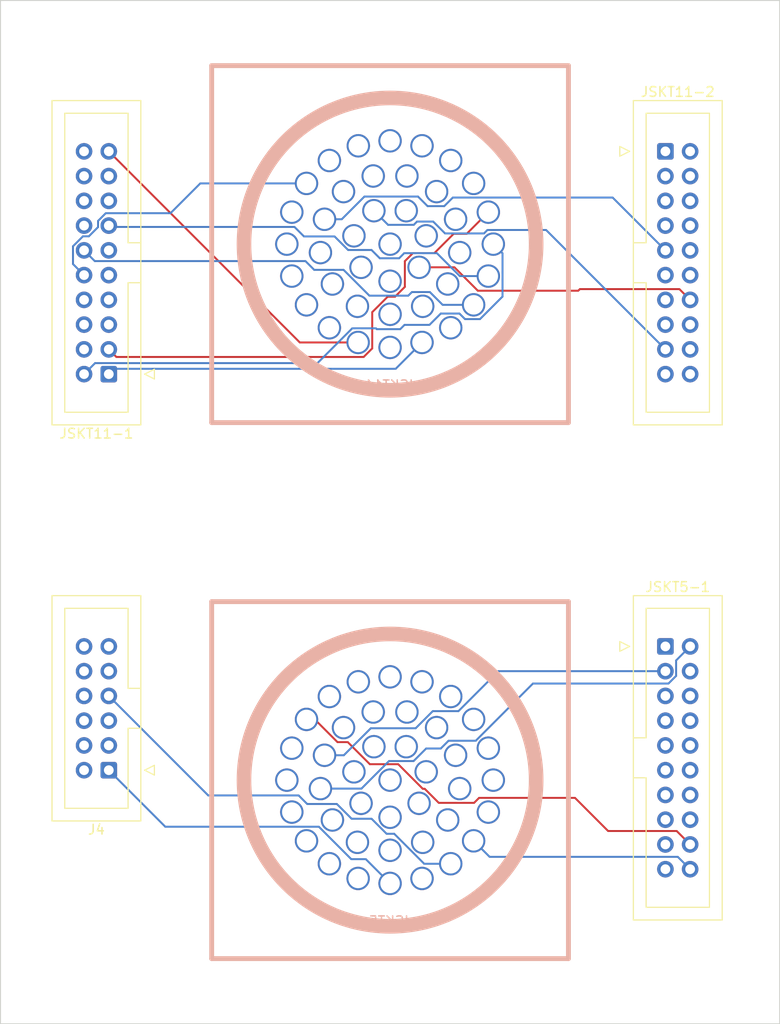
<source format=kicad_pcb>
(kicad_pcb (version 20171130) (host pcbnew "(5.1.6)-1")

  (general
    (thickness 1.6)
    (drawings 4)
    (tracks 498)
    (zones 0)
    (modules 6)
    (nets 64)
  )

  (page A4)
  (layers
    (0 F.Cu signal)
    (1 In1.Cu signal)
    (2 In2.Cu signal)
    (31 B.Cu signal)
    (32 B.Adhes user)
    (33 F.Adhes user)
    (34 B.Paste user)
    (35 F.Paste user)
    (36 B.SilkS user)
    (37 F.SilkS user)
    (38 B.Mask user)
    (39 F.Mask user)
    (40 Dwgs.User user)
    (41 Cmts.User user)
    (42 Eco1.User user)
    (43 Eco2.User user)
    (44 Edge.Cuts user)
    (45 Margin user)
    (46 B.CrtYd user)
    (47 F.CrtYd user)
    (48 B.Fab user)
    (49 F.Fab user)
  )

  (setup
    (last_trace_width 0.2)
    (trace_clearance 0.15)
    (zone_clearance 0.508)
    (zone_45_only no)
    (trace_min 0.2)
    (via_size 0.8)
    (via_drill 0.4)
    (via_min_size 0.4)
    (via_min_drill 0.3)
    (uvia_size 0.3)
    (uvia_drill 0.1)
    (uvias_allowed no)
    (uvia_min_size 0.2)
    (uvia_min_drill 0.1)
    (edge_width 0.1)
    (segment_width 0.2)
    (pcb_text_width 0.3)
    (pcb_text_size 1.5 1.5)
    (mod_edge_width 0.15)
    (mod_text_size 1 1)
    (mod_text_width 0.15)
    (pad_size 1.524 1.524)
    (pad_drill 0.762)
    (pad_to_mask_clearance 0)
    (aux_axis_origin 0 0)
    (visible_elements 7FFFFFFF)
    (pcbplotparams
      (layerselection 0x010fc_ffffffff)
      (usegerberextensions false)
      (usegerberattributes true)
      (usegerberadvancedattributes true)
      (creategerberjobfile true)
      (excludeedgelayer true)
      (linewidth 0.100000)
      (plotframeref false)
      (viasonmask false)
      (mode 1)
      (useauxorigin false)
      (hpglpennumber 1)
      (hpglpenspeed 20)
      (hpglpendiameter 15.000000)
      (psnegative false)
      (psa4output false)
      (plotreference true)
      (plotvalue true)
      (plotinvisibletext false)
      (padsonsilk false)
      (subtractmaskfromsilk false)
      (outputformat 1)
      (mirror false)
      (drillshape 1)
      (scaleselection 1)
      (outputdirectory ""))
  )

  (net 0 "")
  (net 1 GND)
  (net 2 "/Control Unit/-6v")
  (net 3 "/Control Unit/+6v")
  (net 4 "/Control Unit/AUT")
  (net 5 "/Control Unit/Auto-Start")
  (net 6 "/Control Unit/0v")
  (net 7 "/Control Unit/Off-Light")
  (net 8 "/Control Unit/On-Light")
  (net 9 "/Control Unit/On-Off-Common")
  (net 10 "/Control Unit/On")
  (net 11 "/Control Unit/Off")
  (net 12 "/Control Unit/~TEST~-1-5")
  (net 13 "/Control Unit/RESET-2-U")
  (net 14 "/Control Unit/~STOP~-1-25")
  (net 15 "/Control Unit/#STOP-2-E")
  (net 16 "/Control Unit/RESTART-1-C")
  (net 17 "/Control Unit/~RESTART~-1-3")
  (net 18 "/Control Unit/JUMP-1-M")
  (net 19 "/Control Unit/~JUMP~-1-11")
  (net 20 "/Control Unit/#ACTIVE1-1-Y")
  (net 21 "/Control Unit/#INT1-3-F")
  (net 22 "/Control Unit/#ACTIVE2-1-V")
  (net 23 "/Control Unit/#INT2-3-W")
  (net 24 "/Control Unit/CINS-1-J")
  (net 25 "/Control Unit/~CINS~-1-8")
  (net 26 "/Control Unit/~TCS~-1-AB")
  (net 27 "/Control Unit/~CS~-1-H")
  (net 28 "/Control Unit/~OS~-1-19")
  (net 29 "/Control Unit/#ACTIVE3-1-S")
  (net 30 "/Control Unit/#INT3-3-AD")
  (net 31 "/Control Unit/~SMN~-4-7")
  (net 32 "/Control Unit/AUTO-1-L")
  (net 33 "/Control Unit/AUDIO-32-14")
  (net 34 "/Control Unit/W17")
  (net 35 "/Control Unit/PS3-3-S")
  (net 36 "/Control Unit/PS2-3-L")
  (net 37 "/Control Unit/PS1-3-E")
  (net 38 "/Control Unit/RESET-1-24")
  (net 39 "/Control Unit/~ENG~-1-4")
  (net 40 "/Control Unit/ENG-1-6")
  (net 41 "/Control Unit/~ONG~-1-F")
  (net 42 "/Control Unit/ONG-1-7")
  (net 43 "/Control Unit/INT3-3-11")
  (net 44 "/Control Unit/INT2-3-10")
  (net 45 "/Control Unit/INT1-3-9")
  (net 46 "/Control Unit/~W~18")
  (net 47 "/Control Unit/~W~17")
  (net 48 "/Control Unit/~W~16")
  (net 49 "/Control Unit/~W~15")
  (net 50 "/Control Unit/~W~14")
  (net 51 "/Control Unit/W13")
  (net 52 "/Control Unit/W12")
  (net 53 "/Control Unit/W11")
  (net 54 "/Control Unit/W10")
  (net 55 "/Control Unit/W9")
  (net 56 "/Control Unit/W8")
  (net 57 "/Control Unit/W7")
  (net 58 "/Control Unit/W6")
  (net 59 "/Control Unit/W5")
  (net 60 "/Control Unit/~W~4")
  (net 61 "/Control Unit/~W~3")
  (net 62 "/Control Unit/~W~2")
  (net 63 "/Control Unit/W1")

  (net_class Default "This is the default net class."
    (clearance 0.15)
    (trace_width 0.2)
    (via_dia 0.8)
    (via_drill 0.4)
    (uvia_dia 0.3)
    (uvia_drill 0.1)
    (add_net "/Control Unit/#ACTIVE1-1-Y")
    (add_net "/Control Unit/#ACTIVE2-1-V")
    (add_net "/Control Unit/#ACTIVE3-1-S")
    (add_net "/Control Unit/#INT1-3-F")
    (add_net "/Control Unit/#INT2-3-W")
    (add_net "/Control Unit/#INT3-3-AD")
    (add_net "/Control Unit/#STOP-2-E")
    (add_net "/Control Unit/+6v")
    (add_net "/Control Unit/-6v")
    (add_net "/Control Unit/0v")
    (add_net "/Control Unit/AUDIO-32-14")
    (add_net "/Control Unit/AUT")
    (add_net "/Control Unit/AUTO-1-L")
    (add_net "/Control Unit/Auto-Start")
    (add_net "/Control Unit/CINS-1-J")
    (add_net "/Control Unit/ENG-1-6")
    (add_net "/Control Unit/INT1-3-9")
    (add_net "/Control Unit/INT2-3-10")
    (add_net "/Control Unit/INT3-3-11")
    (add_net "/Control Unit/JUMP-1-M")
    (add_net "/Control Unit/ONG-1-7")
    (add_net "/Control Unit/Off")
    (add_net "/Control Unit/Off-Light")
    (add_net "/Control Unit/On")
    (add_net "/Control Unit/On-Light")
    (add_net "/Control Unit/On-Off-Common")
    (add_net "/Control Unit/PS1-3-E")
    (add_net "/Control Unit/PS2-3-L")
    (add_net "/Control Unit/PS3-3-S")
    (add_net "/Control Unit/RESET-1-24")
    (add_net "/Control Unit/RESET-2-U")
    (add_net "/Control Unit/RESTART-1-C")
    (add_net "/Control Unit/W1")
    (add_net "/Control Unit/W10")
    (add_net "/Control Unit/W11")
    (add_net "/Control Unit/W12")
    (add_net "/Control Unit/W13")
    (add_net "/Control Unit/W17")
    (add_net "/Control Unit/W5")
    (add_net "/Control Unit/W6")
    (add_net "/Control Unit/W7")
    (add_net "/Control Unit/W8")
    (add_net "/Control Unit/W9")
    (add_net "/Control Unit/~CINS~-1-8")
    (add_net "/Control Unit/~CS~-1-H")
    (add_net "/Control Unit/~ENG~-1-4")
    (add_net "/Control Unit/~JUMP~-1-11")
    (add_net "/Control Unit/~ONG~-1-F")
    (add_net "/Control Unit/~OS~-1-19")
    (add_net "/Control Unit/~RESTART~-1-3")
    (add_net "/Control Unit/~SMN~-4-7")
    (add_net "/Control Unit/~STOP~-1-25")
    (add_net "/Control Unit/~TCS~-1-AB")
    (add_net "/Control Unit/~TEST~-1-5")
    (add_net "/Control Unit/~W~14")
    (add_net "/Control Unit/~W~15")
    (add_net "/Control Unit/~W~16")
    (add_net "/Control Unit/~W~17")
    (add_net "/Control Unit/~W~18")
    (add_net "/Control Unit/~W~2")
    (add_net "/Control Unit/~W~3")
    (add_net "/Control Unit/~W~4")
    (add_net GND)
  )

  (module ELLIOTT:MC41 (layer B.Cu) (tedit 5F381486) (tstamp 5F391257)
    (at 100 40)
    (path /5F2F4C40/5F3018A5)
    (fp_text reference JSKT11 (at 0 14.478) (layer B.SilkS)
      (effects (font (size 1 1) (thickness 0.15)) (justify mirror))
    )
    (fp_text value Circ41 (at 0 13.208) (layer B.Fab)
      (effects (font (size 1 1) (thickness 0.15)) (justify mirror))
    )
    (fp_line (start -18.315 18.315) (end 18.315 18.315) (layer B.SilkS) (width 0.5))
    (fp_line (start 18.315 -18.315) (end 18.315 18.315) (layer B.SilkS) (width 0.5))
    (fp_line (start -18.315 18.315) (end -18.315 -18.315) (layer B.SilkS) (width 0.5))
    (fp_line (start 18.315 -18.315) (end -18.315 -18.315) (layer B.SilkS) (width 0.5))
    (fp_circle (center 0 0) (end 15 0) (layer B.SilkS) (width 1.5))
    (pad "" np_thru_hole circle (at 14.68 -14.68) (size 3.05 3.05) (drill 3.05) (layers *.Cu *.Mask))
    (pad "" np_thru_hole circle (at -14.68 -14.68) (size 3.05 3.05) (drill 3.05) (layers *.Cu *.Mask))
    (pad "" np_thru_hole circle (at -14.68 14.68) (size 3.05 3.05) (drill 3.05) (layers *.Cu *.Mask))
    (pad "" np_thru_hole circle (at 14.68 14.68) (size 3.05 3.05) (drill 3.05) (layers *.Cu *.Mask))
    (pad A thru_hole circle (at 0 10.6) (size 2.4 2.4) (drill 2) (layers *.Cu *.Mask)
      (net 1 GND))
    (pad B thru_hole circle (at 3.28 10.09) (size 2.4 2.4) (drill 2) (layers *.Cu *.Mask)
      (net 63 "/Control Unit/W1"))
    (pad C thru_hole circle (at 6.23 8.58) (size 2.4 2.4) (drill 2) (layers *.Cu *.Mask)
      (net 62 "/Control Unit/~W~2"))
    (pad D thru_hole circle (at 8.58 6.23) (size 2.4 2.4) (drill 2) (layers *.Cu *.Mask)
      (net 61 "/Control Unit/~W~3"))
    (pad E thru_hole circle (at 10.09 3.28) (size 2.4 2.4) (drill 2) (layers *.Cu *.Mask)
      (net 60 "/Control Unit/~W~4"))
    (pad F thru_hole circle (at 10.6 0) (size 2.4 2.4) (drill 2) (layers *.Cu *.Mask)
      (net 59 "/Control Unit/W5"))
    (pad G thru_hole circle (at 10.09 -3.28) (size 2.4 2.4) (drill 2) (layers *.Cu *.Mask)
      (net 58 "/Control Unit/W6"))
    (pad H thru_hole circle (at 8.58 -6.23) (size 2.4 2.4) (drill 2) (layers *.Cu *.Mask)
      (net 57 "/Control Unit/W7"))
    (pad J thru_hole circle (at 6.23 -8.58) (size 2.4 2.4) (drill 2) (layers *.Cu *.Mask)
      (net 56 "/Control Unit/W8"))
    (pad K thru_hole circle (at 3.28 -10.09) (size 2.4 2.4) (drill 2) (layers *.Cu *.Mask)
      (net 55 "/Control Unit/W9"))
    (pad L thru_hole circle (at 0 -10.6) (size 2.4 2.4) (drill 2) (layers *.Cu *.Mask)
      (net 54 "/Control Unit/W10"))
    (pad M thru_hole circle (at -3.26 -10.09) (size 2.4 2.4) (drill 2) (layers *.Cu *.Mask)
      (net 53 "/Control Unit/W11"))
    (pad N thru_hole circle (at -6.23 -8.58) (size 2.4 2.4) (drill 2) (layers *.Cu *.Mask)
      (net 52 "/Control Unit/W12"))
    (pad P thru_hole circle (at -8.58 -6.23) (size 2.4 2.4) (drill 2) (layers *.Cu *.Mask)
      (net 51 "/Control Unit/W13"))
    (pad R thru_hole circle (at -10.09 -3.28) (size 2.4 2.4) (drill 2) (layers *.Cu *.Mask)
      (net 50 "/Control Unit/~W~14"))
    (pad S thru_hole circle (at -10.6 0) (size 2.4 2.4) (drill 2) (layers *.Cu *.Mask)
      (net 49 "/Control Unit/~W~15"))
    (pad T thru_hole circle (at -10.09 3.28) (size 2.4 2.4) (drill 2) (layers *.Cu *.Mask)
      (net 48 "/Control Unit/~W~16"))
    (pad U thru_hole circle (at -8.58 6.23) (size 2.4 2.4) (drill 2) (layers *.Cu *.Mask)
      (net 47 "/Control Unit/~W~17"))
    (pad V thru_hole circle (at -6.23 8.58) (size 2.4 2.4) (drill 2) (layers *.Cu *.Mask)
      (net 46 "/Control Unit/~W~18"))
    (pad W thru_hole circle (at -3.28 10.09) (size 2.4 2.4) (drill 2) (layers *.Cu *.Mask)
      (net 45 "/Control Unit/INT1-3-9"))
    (pad X thru_hole circle (at 0 7.2) (size 2.4 2.4) (drill 2) (layers *.Cu *.Mask)
      (net 44 "/Control Unit/INT2-3-10"))
    (pad Y thru_hole circle (at 3.35 6.38) (size 2.4 2.4) (drill 2) (layers *.Cu *.Mask)
      (net 43 "/Control Unit/INT3-3-11"))
    (pad Z thru_hole circle (at 5.92 4.09) (size 2.4 2.4) (drill 2) (layers *.Cu *.Mask)
      (net 4 "/Control Unit/AUT"))
    (pad ~a~ thru_hole circle (at 7.15 0.87) (size 2.4 2.4) (drill 2) (layers *.Cu *.Mask))
    (pad ~b~ thru_hole circle (at 6.73 -2.55) (size 2.4 2.4) (drill 2) (layers *.Cu *.Mask))
    (pad ~c~ thru_hole circle (at 4.78 -5.39) (size 2.4 2.4) (drill 2) (layers *.Cu *.Mask))
    (pad ~d~ thru_hole circle (at 1.73 -6.99) (size 2.4 2.4) (drill 2) (layers *.Cu *.Mask))
    (pad ~e~ thru_hole circle (at -1.73 -6.99) (size 2.4 2.4) (drill 2) (layers *.Cu *.Mask)
      (net 6 "/Control Unit/0v"))
    (pad ~f~ thru_hole circle (at -4.78 -5.39) (size 2.4 2.4) (drill 2) (layers *.Cu *.Mask)
      (net 42 "/Control Unit/ONG-1-7"))
    (pad ~g~ thru_hole circle (at -6.73 -2.55) (size 2.4 2.4) (drill 2) (layers *.Cu *.Mask)
      (net 41 "/Control Unit/~ONG~-1-F"))
    (pad ~h~ thru_hole circle (at -7.15 0.87) (size 2.4 2.4) (drill 2) (layers *.Cu *.Mask)
      (net 40 "/Control Unit/ENG-1-6"))
    (pad ~i~ thru_hole circle (at -5.92 4.09) (size 2.4 2.4) (drill 2) (layers *.Cu *.Mask)
      (net 39 "/Control Unit/~ENG~-1-4"))
    (pad ~j~ thru_hole circle (at -3.35 6.38) (size 2.4 2.4) (drill 2) (layers *.Cu *.Mask)
      (net 38 "/Control Unit/RESET-1-24"))
    (pad ~k~ thru_hole circle (at 0 3.81) (size 2.4 2.4) (drill 2) (layers *.Cu *.Mask))
    (pad ~m~ thru_hole circle (at 2.98 2.38) (size 2.4 2.4) (drill 2) (layers *.Cu *.Mask)
      (net 37 "/Control Unit/PS1-3-E"))
    (pad ~n~ thru_hole circle (at 3.71 -0.85) (size 2.4 2.4) (drill 2) (layers *.Cu *.Mask)
      (net 36 "/Control Unit/PS2-3-L"))
    (pad ~p~ thru_hole circle (at 1.66 -3.43) (size 2.4 2.4) (drill 2) (layers *.Cu *.Mask)
      (net 35 "/Control Unit/PS3-3-S"))
    (pad ~q~ thru_hole circle (at -1.66 -3.43) (size 2.4 2.4) (drill 2) (layers *.Cu *.Mask)
      (net 34 "/Control Unit/W17"))
    (pad ~r~ thru_hole circle (at -3.71 -0.85) (size 2.4 2.4) (drill 2) (layers *.Cu *.Mask)
      (net 5 "/Control Unit/Auto-Start"))
    (pad ~s~ thru_hole circle (at -2.98 2.38) (size 2.4 2.4) (drill 2) (layers *.Cu *.Mask)
      (net 5 "/Control Unit/Auto-Start"))
    (pad ~t~ thru_hole circle (at 0 0) (size 2.4 2.4) (drill 2) (layers *.Cu *.Mask)
      (net 3 "/Control Unit/+6v"))
  )

  (module ELLIOTT:MC41 (layer B.Cu) (tedit 5F381486) (tstamp 5F3911B3)
    (at 100 95)
    (path /5F2F4C40/5F2FB942)
    (fp_text reference JSKT5 (at 0 14.478) (layer B.SilkS)
      (effects (font (size 1 1) (thickness 0.15)) (justify mirror))
    )
    (fp_text value Circ41 (at 0 13.208) (layer B.Fab)
      (effects (font (size 1 1) (thickness 0.15)) (justify mirror))
    )
    (fp_line (start -18.315 18.315) (end 18.315 18.315) (layer B.SilkS) (width 0.5))
    (fp_line (start 18.315 -18.315) (end 18.315 18.315) (layer B.SilkS) (width 0.5))
    (fp_line (start -18.315 18.315) (end -18.315 -18.315) (layer B.SilkS) (width 0.5))
    (fp_line (start 18.315 -18.315) (end -18.315 -18.315) (layer B.SilkS) (width 0.5))
    (fp_circle (center 0 0) (end 15 0) (layer B.SilkS) (width 1.5))
    (pad "" np_thru_hole circle (at 14.68 -14.68) (size 3.05 3.05) (drill 3.05) (layers *.Cu *.Mask))
    (pad "" np_thru_hole circle (at -14.68 -14.68) (size 3.05 3.05) (drill 3.05) (layers *.Cu *.Mask))
    (pad "" np_thru_hole circle (at -14.68 14.68) (size 3.05 3.05) (drill 3.05) (layers *.Cu *.Mask))
    (pad "" np_thru_hole circle (at 14.68 14.68) (size 3.05 3.05) (drill 3.05) (layers *.Cu *.Mask))
    (pad A thru_hole circle (at 0 10.6) (size 2.4 2.4) (drill 2) (layers *.Cu *.Mask)
      (net 1 GND))
    (pad B thru_hole circle (at 3.28 10.09) (size 2.4 2.4) (drill 2) (layers *.Cu *.Mask)
      (net 10 "/Control Unit/On"))
    (pad C thru_hole circle (at 6.23 8.58) (size 2.4 2.4) (drill 2) (layers *.Cu *.Mask)
      (net 9 "/Control Unit/On-Off-Common"))
    (pad D thru_hole circle (at 8.58 6.23) (size 2.4 2.4) (drill 2) (layers *.Cu *.Mask)
      (net 12 "/Control Unit/~TEST~-1-5"))
    (pad E thru_hole circle (at 10.09 3.28) (size 2.4 2.4) (drill 2) (layers *.Cu *.Mask)
      (net 11 "/Control Unit/Off"))
    (pad F thru_hole circle (at 10.6 0) (size 2.4 2.4) (drill 2) (layers *.Cu *.Mask))
    (pad G thru_hole circle (at 10.09 -3.28) (size 2.4 2.4) (drill 2) (layers *.Cu *.Mask))
    (pad H thru_hole circle (at 8.58 -6.23) (size 2.4 2.4) (drill 2) (layers *.Cu *.Mask)
      (net 13 "/Control Unit/RESET-2-U"))
    (pad J thru_hole circle (at 6.23 -8.58) (size 2.4 2.4) (drill 2) (layers *.Cu *.Mask))
    (pad K thru_hole circle (at 3.28 -10.09) (size 2.4 2.4) (drill 2) (layers *.Cu *.Mask))
    (pad L thru_hole circle (at 0 -10.6) (size 2.4 2.4) (drill 2) (layers *.Cu *.Mask)
      (net 7 "/Control Unit/Off-Light"))
    (pad M thru_hole circle (at -3.26 -10.09) (size 2.4 2.4) (drill 2) (layers *.Cu *.Mask)
      (net 8 "/Control Unit/On-Light"))
    (pad N thru_hole circle (at -6.23 -8.58) (size 2.4 2.4) (drill 2) (layers *.Cu *.Mask))
    (pad P thru_hole circle (at -8.58 -6.23) (size 2.4 2.4) (drill 2) (layers *.Cu *.Mask)
      (net 14 "/Control Unit/~STOP~-1-25"))
    (pad R thru_hole circle (at -10.09 -3.28) (size 2.4 2.4) (drill 2) (layers *.Cu *.Mask)
      (net 15 "/Control Unit/#STOP-2-E"))
    (pad S thru_hole circle (at -10.6 0) (size 2.4 2.4) (drill 2) (layers *.Cu *.Mask))
    (pad T thru_hole circle (at -10.09 3.28) (size 2.4 2.4) (drill 2) (layers *.Cu *.Mask)
      (net 16 "/Control Unit/RESTART-1-C"))
    (pad U thru_hole circle (at -8.58 6.23) (size 2.4 2.4) (drill 2) (layers *.Cu *.Mask)
      (net 17 "/Control Unit/~RESTART~-1-3"))
    (pad V thru_hole circle (at -6.23 8.58) (size 2.4 2.4) (drill 2) (layers *.Cu *.Mask)
      (net 18 "/Control Unit/JUMP-1-M"))
    (pad W thru_hole circle (at -3.28 10.09) (size 2.4 2.4) (drill 2) (layers *.Cu *.Mask)
      (net 19 "/Control Unit/~JUMP~-1-11"))
    (pad X thru_hole circle (at 0 7.2) (size 2.4 2.4) (drill 2) (layers *.Cu *.Mask)
      (net 20 "/Control Unit/#ACTIVE1-1-Y"))
    (pad Y thru_hole circle (at 3.35 6.38) (size 2.4 2.4) (drill 2) (layers *.Cu *.Mask)
      (net 21 "/Control Unit/#INT1-3-F"))
    (pad Z thru_hole circle (at 5.92 4.09) (size 2.4 2.4) (drill 2) (layers *.Cu *.Mask)
      (net 22 "/Control Unit/#ACTIVE2-1-V"))
    (pad ~a~ thru_hole circle (at 7.15 0.87) (size 2.4 2.4) (drill 2) (layers *.Cu *.Mask)
      (net 23 "/Control Unit/#INT2-3-W"))
    (pad ~b~ thru_hole circle (at 6.73 -2.55) (size 2.4 2.4) (drill 2) (layers *.Cu *.Mask)
      (net 24 "/Control Unit/CINS-1-J"))
    (pad ~c~ thru_hole circle (at 4.78 -5.39) (size 2.4 2.4) (drill 2) (layers *.Cu *.Mask)
      (net 25 "/Control Unit/~CINS~-1-8"))
    (pad ~d~ thru_hole circle (at 1.73 -6.99) (size 2.4 2.4) (drill 2) (layers *.Cu *.Mask)
      (net 26 "/Control Unit/~TCS~-1-AB"))
    (pad ~e~ thru_hole circle (at -1.73 -6.99) (size 2.4 2.4) (drill 2) (layers *.Cu *.Mask)
      (net 27 "/Control Unit/~CS~-1-H"))
    (pad ~f~ thru_hole circle (at -4.78 -5.39) (size 2.4 2.4) (drill 2) (layers *.Cu *.Mask)
      (net 28 "/Control Unit/~OS~-1-19"))
    (pad ~g~ thru_hole circle (at -6.73 -2.55) (size 2.4 2.4) (drill 2) (layers *.Cu *.Mask)
      (net 29 "/Control Unit/#ACTIVE3-1-S"))
    (pad ~h~ thru_hole circle (at -7.15 0.87) (size 2.4 2.4) (drill 2) (layers *.Cu *.Mask)
      (net 30 "/Control Unit/#INT3-3-AD"))
    (pad ~i~ thru_hole circle (at -5.92 4.09) (size 2.4 2.4) (drill 2) (layers *.Cu *.Mask)
      (net 31 "/Control Unit/~SMN~-4-7"))
    (pad ~j~ thru_hole circle (at -3.35 6.38) (size 2.4 2.4) (drill 2) (layers *.Cu *.Mask))
    (pad ~k~ thru_hole circle (at 0 3.81) (size 2.4 2.4) (drill 2) (layers *.Cu *.Mask)
      (net 32 "/Control Unit/AUTO-1-L"))
    (pad ~m~ thru_hole circle (at 2.98 2.38) (size 2.4 2.4) (drill 2) (layers *.Cu *.Mask))
    (pad ~n~ thru_hole circle (at 3.71 -0.85) (size 2.4 2.4) (drill 2) (layers *.Cu *.Mask))
    (pad ~p~ thru_hole circle (at 1.66 -3.43) (size 2.4 2.4) (drill 2) (layers *.Cu *.Mask)
      (net 33 "/Control Unit/AUDIO-32-14"))
    (pad ~q~ thru_hole circle (at -1.66 -3.43) (size 2.4 2.4) (drill 2) (layers *.Cu *.Mask)
      (net 6 "/Control Unit/0v"))
    (pad ~r~ thru_hole circle (at -3.71 -0.85) (size 2.4 2.4) (drill 2) (layers *.Cu *.Mask)
      (net 6 "/Control Unit/0v"))
    (pad ~s~ thru_hole circle (at -2.98 2.38) (size 2.4 2.4) (drill 2) (layers *.Cu *.Mask)
      (net 3 "/Control Unit/+6v"))
    (pad ~t~ thru_hole circle (at 0 0) (size 2.4 2.4) (drill 2) (layers *.Cu *.Mask)
      (net 2 "/Control Unit/-6v"))
  )

  (module Connector_IDC:IDC-Header_2x06_P2.54mm_Vertical (layer F.Cu) (tedit 5EAC9A07) (tstamp 5F391069)
    (at 71.12 93.98 180)
    (descr "Through hole IDC box header, 2x06, 2.54mm pitch, DIN 41651 / IEC 60603-13, double rows, https://docs.google.com/spreadsheets/d/16SsEcesNF15N3Lb4niX7dcUr-NY5_MFPQhobNuNppn4/edit#gid=0")
    (tags "Through hole vertical IDC box header THT 2x06 2.54mm double row")
    (path /5F2F4C40/5F41F549)
    (fp_text reference J4 (at 1.27 -6.1) (layer F.SilkS)
      (effects (font (size 1 1) (thickness 0.15)))
    )
    (fp_text value ~ (at 1.27 18.8) (layer F.Fab)
      (effects (font (size 1 1) (thickness 0.15)))
    )
    (fp_line (start 6.22 -5.6) (end -3.68 -5.6) (layer F.CrtYd) (width 0.05))
    (fp_line (start 6.22 18.3) (end 6.22 -5.6) (layer F.CrtYd) (width 0.05))
    (fp_line (start -3.68 18.3) (end 6.22 18.3) (layer F.CrtYd) (width 0.05))
    (fp_line (start -3.68 -5.6) (end -3.68 18.3) (layer F.CrtYd) (width 0.05))
    (fp_line (start -4.68 0.5) (end -3.68 0) (layer F.SilkS) (width 0.12))
    (fp_line (start -4.68 -0.5) (end -4.68 0.5) (layer F.SilkS) (width 0.12))
    (fp_line (start -3.68 0) (end -4.68 -0.5) (layer F.SilkS) (width 0.12))
    (fp_line (start -1.98 8.4) (end -3.29 8.4) (layer F.SilkS) (width 0.12))
    (fp_line (start -1.98 8.4) (end -1.98 8.4) (layer F.SilkS) (width 0.12))
    (fp_line (start -1.98 16.61) (end -1.98 8.4) (layer F.SilkS) (width 0.12))
    (fp_line (start 4.52 16.61) (end -1.98 16.61) (layer F.SilkS) (width 0.12))
    (fp_line (start 4.52 -3.91) (end 4.52 16.61) (layer F.SilkS) (width 0.12))
    (fp_line (start -1.98 -3.91) (end 4.52 -3.91) (layer F.SilkS) (width 0.12))
    (fp_line (start -1.98 4.3) (end -1.98 -3.91) (layer F.SilkS) (width 0.12))
    (fp_line (start -3.29 4.3) (end -1.98 4.3) (layer F.SilkS) (width 0.12))
    (fp_line (start -3.29 17.91) (end -3.29 -5.21) (layer F.SilkS) (width 0.12))
    (fp_line (start 5.83 17.91) (end -3.29 17.91) (layer F.SilkS) (width 0.12))
    (fp_line (start 5.83 -5.21) (end 5.83 17.91) (layer F.SilkS) (width 0.12))
    (fp_line (start -3.29 -5.21) (end 5.83 -5.21) (layer F.SilkS) (width 0.12))
    (fp_line (start -1.98 8.4) (end -3.18 8.4) (layer F.Fab) (width 0.1))
    (fp_line (start -1.98 8.4) (end -1.98 8.4) (layer F.Fab) (width 0.1))
    (fp_line (start -1.98 16.61) (end -1.98 8.4) (layer F.Fab) (width 0.1))
    (fp_line (start 4.52 16.61) (end -1.98 16.61) (layer F.Fab) (width 0.1))
    (fp_line (start 4.52 -3.91) (end 4.52 16.61) (layer F.Fab) (width 0.1))
    (fp_line (start -1.98 -3.91) (end 4.52 -3.91) (layer F.Fab) (width 0.1))
    (fp_line (start -1.98 4.3) (end -1.98 -3.91) (layer F.Fab) (width 0.1))
    (fp_line (start -3.18 4.3) (end -1.98 4.3) (layer F.Fab) (width 0.1))
    (fp_line (start -3.18 17.8) (end -3.18 -4.1) (layer F.Fab) (width 0.1))
    (fp_line (start 5.72 17.8) (end -3.18 17.8) (layer F.Fab) (width 0.1))
    (fp_line (start 5.72 -5.1) (end 5.72 17.8) (layer F.Fab) (width 0.1))
    (fp_line (start -2.18 -5.1) (end 5.72 -5.1) (layer F.Fab) (width 0.1))
    (fp_line (start -3.18 -4.1) (end -2.18 -5.1) (layer F.Fab) (width 0.1))
    (fp_text user %R (at 1.27 6.35 90) (layer F.Fab)
      (effects (font (size 1 1) (thickness 0.15)))
    )
    (pad 1 thru_hole roundrect (at 0 0 180) (size 1.7 1.7) (drill 1) (layers *.Cu *.Mask) (roundrect_rratio 0.147059)
      (net 1 GND))
    (pad 3 thru_hole circle (at 0 2.54 180) (size 1.7 1.7) (drill 1) (layers *.Cu *.Mask)
      (net 10 "/Control Unit/On"))
    (pad 5 thru_hole circle (at 0 5.08 180) (size 1.7 1.7) (drill 1) (layers *.Cu *.Mask)
      (net 11 "/Control Unit/Off"))
    (pad 7 thru_hole circle (at 0 7.62 180) (size 1.7 1.7) (drill 1) (layers *.Cu *.Mask)
      (net 9 "/Control Unit/On-Off-Common"))
    (pad 9 thru_hole circle (at 0 10.16 180) (size 1.7 1.7) (drill 1) (layers *.Cu *.Mask)
      (net 8 "/Control Unit/On-Light"))
    (pad 11 thru_hole circle (at 0 12.7 180) (size 1.7 1.7) (drill 1) (layers *.Cu *.Mask)
      (net 7 "/Control Unit/Off-Light"))
    (pad 2 thru_hole circle (at 2.54 0 180) (size 1.7 1.7) (drill 1) (layers *.Cu *.Mask)
      (net 2 "/Control Unit/-6v"))
    (pad 4 thru_hole circle (at 2.54 2.54 180) (size 1.7 1.7) (drill 1) (layers *.Cu *.Mask)
      (net 3 "/Control Unit/+6v"))
    (pad 6 thru_hole circle (at 2.54 5.08 180) (size 1.7 1.7) (drill 1) (layers *.Cu *.Mask)
      (net 6 "/Control Unit/0v"))
    (pad 8 thru_hole circle (at 2.54 7.62 180) (size 1.7 1.7) (drill 1) (layers *.Cu *.Mask)
      (net 4 "/Control Unit/AUT"))
    (pad 10 thru_hole circle (at 2.54 10.16 180) (size 1.7 1.7) (drill 1) (layers *.Cu *.Mask)
      (net 5 "/Control Unit/Auto-Start"))
    (pad 12 thru_hole circle (at 2.54 12.7 180) (size 1.7 1.7) (drill 1) (layers *.Cu *.Mask)
      (net 1 GND))
    (model ${KISYS3DMOD}/Connector_IDC.3dshapes/IDC-Header_2x06_P2.54mm_Vertical.wrl
      (at (xyz 0 0 0))
      (scale (xyz 1 1 1))
      (rotate (xyz 0 0 0))
    )
  )

  (module Connector_IDC:IDC-Header_2x10_P2.54mm_Vertical (layer F.Cu) (tedit 5EAC9A07) (tstamp 5F3913CD)
    (at 71.12 53.34 180)
    (descr "Through hole IDC box header, 2x10, 2.54mm pitch, DIN 41651 / IEC 60603-13, double rows, https://docs.google.com/spreadsheets/d/16SsEcesNF15N3Lb4niX7dcUr-NY5_MFPQhobNuNppn4/edit#gid=0")
    (tags "Through hole vertical IDC box header THT 2x10 2.54mm double row")
    (path /5F2F4C40/5F8A68A7)
    (fp_text reference JSKT11-1 (at 1.27 -6.1) (layer F.SilkS)
      (effects (font (size 1 1) (thickness 0.15)))
    )
    (fp_text value ~ (at 1.27 28.96) (layer F.Fab)
      (effects (font (size 1 1) (thickness 0.15)))
    )
    (fp_line (start 6.22 -5.6) (end -3.68 -5.6) (layer F.CrtYd) (width 0.05))
    (fp_line (start 6.22 28.46) (end 6.22 -5.6) (layer F.CrtYd) (width 0.05))
    (fp_line (start -3.68 28.46) (end 6.22 28.46) (layer F.CrtYd) (width 0.05))
    (fp_line (start -3.68 -5.6) (end -3.68 28.46) (layer F.CrtYd) (width 0.05))
    (fp_line (start -4.68 0.5) (end -3.68 0) (layer F.SilkS) (width 0.12))
    (fp_line (start -4.68 -0.5) (end -4.68 0.5) (layer F.SilkS) (width 0.12))
    (fp_line (start -3.68 0) (end -4.68 -0.5) (layer F.SilkS) (width 0.12))
    (fp_line (start -1.98 13.48) (end -3.29 13.48) (layer F.SilkS) (width 0.12))
    (fp_line (start -1.98 13.48) (end -1.98 13.48) (layer F.SilkS) (width 0.12))
    (fp_line (start -1.98 26.77) (end -1.98 13.48) (layer F.SilkS) (width 0.12))
    (fp_line (start 4.52 26.77) (end -1.98 26.77) (layer F.SilkS) (width 0.12))
    (fp_line (start 4.52 -3.91) (end 4.52 26.77) (layer F.SilkS) (width 0.12))
    (fp_line (start -1.98 -3.91) (end 4.52 -3.91) (layer F.SilkS) (width 0.12))
    (fp_line (start -1.98 9.38) (end -1.98 -3.91) (layer F.SilkS) (width 0.12))
    (fp_line (start -3.29 9.38) (end -1.98 9.38) (layer F.SilkS) (width 0.12))
    (fp_line (start -3.29 28.07) (end -3.29 -5.21) (layer F.SilkS) (width 0.12))
    (fp_line (start 5.83 28.07) (end -3.29 28.07) (layer F.SilkS) (width 0.12))
    (fp_line (start 5.83 -5.21) (end 5.83 28.07) (layer F.SilkS) (width 0.12))
    (fp_line (start -3.29 -5.21) (end 5.83 -5.21) (layer F.SilkS) (width 0.12))
    (fp_line (start -1.98 13.48) (end -3.18 13.48) (layer F.Fab) (width 0.1))
    (fp_line (start -1.98 13.48) (end -1.98 13.48) (layer F.Fab) (width 0.1))
    (fp_line (start -1.98 26.77) (end -1.98 13.48) (layer F.Fab) (width 0.1))
    (fp_line (start 4.52 26.77) (end -1.98 26.77) (layer F.Fab) (width 0.1))
    (fp_line (start 4.52 -3.91) (end 4.52 26.77) (layer F.Fab) (width 0.1))
    (fp_line (start -1.98 -3.91) (end 4.52 -3.91) (layer F.Fab) (width 0.1))
    (fp_line (start -1.98 9.38) (end -1.98 -3.91) (layer F.Fab) (width 0.1))
    (fp_line (start -3.18 9.38) (end -1.98 9.38) (layer F.Fab) (width 0.1))
    (fp_line (start -3.18 27.96) (end -3.18 -4.1) (layer F.Fab) (width 0.1))
    (fp_line (start 5.72 27.96) (end -3.18 27.96) (layer F.Fab) (width 0.1))
    (fp_line (start 5.72 -5.1) (end 5.72 27.96) (layer F.Fab) (width 0.1))
    (fp_line (start -2.18 -5.1) (end 5.72 -5.1) (layer F.Fab) (width 0.1))
    (fp_line (start -3.18 -4.1) (end -2.18 -5.1) (layer F.Fab) (width 0.1))
    (fp_text user %R (at 1.27 11.43 90) (layer F.Fab)
      (effects (font (size 1 1) (thickness 0.15)))
    )
    (pad 1 thru_hole roundrect (at 0 0 180) (size 1.7 1.7) (drill 1) (layers *.Cu *.Mask) (roundrect_rratio 0.147059)
      (net 63 "/Control Unit/W1"))
    (pad 3 thru_hole circle (at 0 2.54 180) (size 1.7 1.7) (drill 1) (layers *.Cu *.Mask)
      (net 58 "/Control Unit/W6"))
    (pad 5 thru_hole circle (at 0 5.08 180) (size 1.7 1.7) (drill 1) (layers *.Cu *.Mask)
      (net 56 "/Control Unit/W8"))
    (pad 7 thru_hole circle (at 0 7.62 180) (size 1.7 1.7) (drill 1) (layers *.Cu *.Mask)
      (net 54 "/Control Unit/W10"))
    (pad 9 thru_hole circle (at 0 10.16 180) (size 1.7 1.7) (drill 1) (layers *.Cu *.Mask)
      (net 52 "/Control Unit/W12"))
    (pad 11 thru_hole circle (at 0 12.7 180) (size 1.7 1.7) (drill 1) (layers *.Cu *.Mask)
      (net 62 "/Control Unit/~W~2"))
    (pad 13 thru_hole circle (at 0 15.24 180) (size 1.7 1.7) (drill 1) (layers *.Cu *.Mask)
      (net 60 "/Control Unit/~W~4"))
    (pad 15 thru_hole circle (at 0 17.78 180) (size 1.7 1.7) (drill 1) (layers *.Cu *.Mask)
      (net 49 "/Control Unit/~W~15"))
    (pad 17 thru_hole circle (at 0 20.32 180) (size 1.7 1.7) (drill 1) (layers *.Cu *.Mask)
      (net 47 "/Control Unit/~W~17"))
    (pad 19 thru_hole circle (at 0 22.86 180) (size 1.7 1.7) (drill 1) (layers *.Cu *.Mask)
      (net 45 "/Control Unit/INT1-3-9"))
    (pad 2 thru_hole circle (at 2.54 0 180) (size 1.7 1.7) (drill 1) (layers *.Cu *.Mask)
      (net 59 "/Control Unit/W5"))
    (pad 4 thru_hole circle (at 2.54 2.54 180) (size 1.7 1.7) (drill 1) (layers *.Cu *.Mask)
      (net 57 "/Control Unit/W7"))
    (pad 6 thru_hole circle (at 2.54 5.08 180) (size 1.7 1.7) (drill 1) (layers *.Cu *.Mask)
      (net 55 "/Control Unit/W9"))
    (pad 8 thru_hole circle (at 2.54 7.62 180) (size 1.7 1.7) (drill 1) (layers *.Cu *.Mask)
      (net 53 "/Control Unit/W11"))
    (pad 10 thru_hole circle (at 2.54 10.16 180) (size 1.7 1.7) (drill 1) (layers *.Cu *.Mask)
      (net 51 "/Control Unit/W13"))
    (pad 12 thru_hole circle (at 2.54 12.7 180) (size 1.7 1.7) (drill 1) (layers *.Cu *.Mask)
      (net 61 "/Control Unit/~W~3"))
    (pad 14 thru_hole circle (at 2.54 15.24 180) (size 1.7 1.7) (drill 1) (layers *.Cu *.Mask)
      (net 50 "/Control Unit/~W~14"))
    (pad 16 thru_hole circle (at 2.54 17.78 180) (size 1.7 1.7) (drill 1) (layers *.Cu *.Mask)
      (net 48 "/Control Unit/~W~16"))
    (pad 18 thru_hole circle (at 2.54 20.32 180) (size 1.7 1.7) (drill 1) (layers *.Cu *.Mask)
      (net 46 "/Control Unit/~W~18"))
    (pad 20 thru_hole circle (at 2.54 22.86 180) (size 1.7 1.7) (drill 1) (layers *.Cu *.Mask)
      (net 44 "/Control Unit/INT2-3-10"))
    (model ${KISYS3DMOD}/Connector_IDC.3dshapes/IDC-Header_2x10_P2.54mm_Vertical.wrl
      (at (xyz 0 0 0))
      (scale (xyz 1 1 1))
      (rotate (xyz 0 0 0))
    )
  )

  (module Connector_IDC:IDC-Header_2x10_P2.54mm_Vertical (layer F.Cu) (tedit 5EAC9A07) (tstamp 5F391406)
    (at 128.27 30.48)
    (descr "Through hole IDC box header, 2x10, 2.54mm pitch, DIN 41651 / IEC 60603-13, double rows, https://docs.google.com/spreadsheets/d/16SsEcesNF15N3Lb4niX7dcUr-NY5_MFPQhobNuNppn4/edit#gid=0")
    (tags "Through hole vertical IDC box header THT 2x10 2.54mm double row")
    (path /5F2F4C40/5F8C36C2)
    (fp_text reference JSKT11-2 (at 1.27 -6.1) (layer F.SilkS)
      (effects (font (size 1 1) (thickness 0.15)))
    )
    (fp_text value ~ (at 1.27 28.96) (layer F.Fab)
      (effects (font (size 1 1) (thickness 0.15)))
    )
    (fp_line (start 6.22 -5.6) (end -3.68 -5.6) (layer F.CrtYd) (width 0.05))
    (fp_line (start 6.22 28.46) (end 6.22 -5.6) (layer F.CrtYd) (width 0.05))
    (fp_line (start -3.68 28.46) (end 6.22 28.46) (layer F.CrtYd) (width 0.05))
    (fp_line (start -3.68 -5.6) (end -3.68 28.46) (layer F.CrtYd) (width 0.05))
    (fp_line (start -4.68 0.5) (end -3.68 0) (layer F.SilkS) (width 0.12))
    (fp_line (start -4.68 -0.5) (end -4.68 0.5) (layer F.SilkS) (width 0.12))
    (fp_line (start -3.68 0) (end -4.68 -0.5) (layer F.SilkS) (width 0.12))
    (fp_line (start -1.98 13.48) (end -3.29 13.48) (layer F.SilkS) (width 0.12))
    (fp_line (start -1.98 13.48) (end -1.98 13.48) (layer F.SilkS) (width 0.12))
    (fp_line (start -1.98 26.77) (end -1.98 13.48) (layer F.SilkS) (width 0.12))
    (fp_line (start 4.52 26.77) (end -1.98 26.77) (layer F.SilkS) (width 0.12))
    (fp_line (start 4.52 -3.91) (end 4.52 26.77) (layer F.SilkS) (width 0.12))
    (fp_line (start -1.98 -3.91) (end 4.52 -3.91) (layer F.SilkS) (width 0.12))
    (fp_line (start -1.98 9.38) (end -1.98 -3.91) (layer F.SilkS) (width 0.12))
    (fp_line (start -3.29 9.38) (end -1.98 9.38) (layer F.SilkS) (width 0.12))
    (fp_line (start -3.29 28.07) (end -3.29 -5.21) (layer F.SilkS) (width 0.12))
    (fp_line (start 5.83 28.07) (end -3.29 28.07) (layer F.SilkS) (width 0.12))
    (fp_line (start 5.83 -5.21) (end 5.83 28.07) (layer F.SilkS) (width 0.12))
    (fp_line (start -3.29 -5.21) (end 5.83 -5.21) (layer F.SilkS) (width 0.12))
    (fp_line (start -1.98 13.48) (end -3.18 13.48) (layer F.Fab) (width 0.1))
    (fp_line (start -1.98 13.48) (end -1.98 13.48) (layer F.Fab) (width 0.1))
    (fp_line (start -1.98 26.77) (end -1.98 13.48) (layer F.Fab) (width 0.1))
    (fp_line (start 4.52 26.77) (end -1.98 26.77) (layer F.Fab) (width 0.1))
    (fp_line (start 4.52 -3.91) (end 4.52 26.77) (layer F.Fab) (width 0.1))
    (fp_line (start -1.98 -3.91) (end 4.52 -3.91) (layer F.Fab) (width 0.1))
    (fp_line (start -1.98 9.38) (end -1.98 -3.91) (layer F.Fab) (width 0.1))
    (fp_line (start -3.18 9.38) (end -1.98 9.38) (layer F.Fab) (width 0.1))
    (fp_line (start -3.18 27.96) (end -3.18 -4.1) (layer F.Fab) (width 0.1))
    (fp_line (start 5.72 27.96) (end -3.18 27.96) (layer F.Fab) (width 0.1))
    (fp_line (start 5.72 -5.1) (end 5.72 27.96) (layer F.Fab) (width 0.1))
    (fp_line (start -2.18 -5.1) (end 5.72 -5.1) (layer F.Fab) (width 0.1))
    (fp_line (start -3.18 -4.1) (end -2.18 -5.1) (layer F.Fab) (width 0.1))
    (fp_text user %R (at 1.27 11.43 90) (layer F.Fab)
      (effects (font (size 1 1) (thickness 0.15)))
    )
    (pad 1 thru_hole roundrect (at 0 0) (size 1.7 1.7) (drill 1) (layers *.Cu *.Mask) (roundrect_rratio 0.147059)
      (net 43 "/Control Unit/INT3-3-11"))
    (pad 3 thru_hole circle (at 0 2.54) (size 1.7 1.7) (drill 1) (layers *.Cu *.Mask))
    (pad 5 thru_hole circle (at 0 5.08) (size 1.7 1.7) (drill 1) (layers *.Cu *.Mask))
    (pad 7 thru_hole circle (at 0 7.62) (size 1.7 1.7) (drill 1) (layers *.Cu *.Mask))
    (pad 9 thru_hole circle (at 0 10.16) (size 1.7 1.7) (drill 1) (layers *.Cu *.Mask)
      (net 41 "/Control Unit/~ONG~-1-F"))
    (pad 11 thru_hole circle (at 0 12.7) (size 1.7 1.7) (drill 1) (layers *.Cu *.Mask)
      (net 39 "/Control Unit/~ENG~-1-4"))
    (pad 13 thru_hole circle (at 0 15.24) (size 1.7 1.7) (drill 1) (layers *.Cu *.Mask))
    (pad 15 thru_hole circle (at 0 17.78) (size 1.7 1.7) (drill 1) (layers *.Cu *.Mask)
      (net 36 "/Control Unit/PS2-3-L"))
    (pad 17 thru_hole circle (at 0 20.32) (size 1.7 1.7) (drill 1) (layers *.Cu *.Mask)
      (net 34 "/Control Unit/W17"))
    (pad 19 thru_hole circle (at 0 22.86) (size 1.7 1.7) (drill 1) (layers *.Cu *.Mask))
    (pad 2 thru_hole circle (at 2.54 0) (size 1.7 1.7) (drill 1) (layers *.Cu *.Mask))
    (pad 4 thru_hole circle (at 2.54 2.54) (size 1.7 1.7) (drill 1) (layers *.Cu *.Mask))
    (pad 6 thru_hole circle (at 2.54 5.08) (size 1.7 1.7) (drill 1) (layers *.Cu *.Mask))
    (pad 8 thru_hole circle (at 2.54 7.62) (size 1.7 1.7) (drill 1) (layers *.Cu *.Mask)
      (net 42 "/Control Unit/ONG-1-7"))
    (pad 10 thru_hole circle (at 2.54 10.16) (size 1.7 1.7) (drill 1) (layers *.Cu *.Mask)
      (net 40 "/Control Unit/ENG-1-6"))
    (pad 12 thru_hole circle (at 2.54 12.7) (size 1.7 1.7) (drill 1) (layers *.Cu *.Mask)
      (net 38 "/Control Unit/RESET-1-24"))
    (pad 14 thru_hole circle (at 2.54 15.24) (size 1.7 1.7) (drill 1) (layers *.Cu *.Mask)
      (net 37 "/Control Unit/PS1-3-E"))
    (pad 16 thru_hole circle (at 2.54 17.78) (size 1.7 1.7) (drill 1) (layers *.Cu *.Mask)
      (net 35 "/Control Unit/PS3-3-S"))
    (pad 18 thru_hole circle (at 2.54 20.32) (size 1.7 1.7) (drill 1) (layers *.Cu *.Mask)
      (net 32 "/Control Unit/AUTO-1-L"))
    (pad 20 thru_hole circle (at 2.54 22.86) (size 1.7 1.7) (drill 1) (layers *.Cu *.Mask)
      (net 33 "/Control Unit/AUDIO-32-14"))
    (model ${KISYS3DMOD}/Connector_IDC.3dshapes/IDC-Header_2x10_P2.54mm_Vertical.wrl
      (at (xyz 0 0 0))
      (scale (xyz 1 1 1))
      (rotate (xyz 0 0 0))
    )
  )

  (module Connector_IDC:IDC-Header_2x10_P2.54mm_Vertical (layer F.Cu) (tedit 5EAC9A07) (tstamp 5F3915CE)
    (at 128.27 81.28)
    (descr "Through hole IDC box header, 2x10, 2.54mm pitch, DIN 41651 / IEC 60603-13, double rows, https://docs.google.com/spreadsheets/d/16SsEcesNF15N3Lb4niX7dcUr-NY5_MFPQhobNuNppn4/edit#gid=0")
    (tags "Through hole vertical IDC box header THT 2x10 2.54mm double row")
    (path /5F2F4C40/5F8ADA47)
    (fp_text reference JSKT5-1 (at 1.27 -6.1) (layer F.SilkS)
      (effects (font (size 1 1) (thickness 0.15)))
    )
    (fp_text value ~ (at 1.27 28.96) (layer F.Fab)
      (effects (font (size 1 1) (thickness 0.15)))
    )
    (fp_line (start -3.18 -4.1) (end -2.18 -5.1) (layer F.Fab) (width 0.1))
    (fp_line (start -2.18 -5.1) (end 5.72 -5.1) (layer F.Fab) (width 0.1))
    (fp_line (start 5.72 -5.1) (end 5.72 27.96) (layer F.Fab) (width 0.1))
    (fp_line (start 5.72 27.96) (end -3.18 27.96) (layer F.Fab) (width 0.1))
    (fp_line (start -3.18 27.96) (end -3.18 -4.1) (layer F.Fab) (width 0.1))
    (fp_line (start -3.18 9.38) (end -1.98 9.38) (layer F.Fab) (width 0.1))
    (fp_line (start -1.98 9.38) (end -1.98 -3.91) (layer F.Fab) (width 0.1))
    (fp_line (start -1.98 -3.91) (end 4.52 -3.91) (layer F.Fab) (width 0.1))
    (fp_line (start 4.52 -3.91) (end 4.52 26.77) (layer F.Fab) (width 0.1))
    (fp_line (start 4.52 26.77) (end -1.98 26.77) (layer F.Fab) (width 0.1))
    (fp_line (start -1.98 26.77) (end -1.98 13.48) (layer F.Fab) (width 0.1))
    (fp_line (start -1.98 13.48) (end -1.98 13.48) (layer F.Fab) (width 0.1))
    (fp_line (start -1.98 13.48) (end -3.18 13.48) (layer F.Fab) (width 0.1))
    (fp_line (start -3.29 -5.21) (end 5.83 -5.21) (layer F.SilkS) (width 0.12))
    (fp_line (start 5.83 -5.21) (end 5.83 28.07) (layer F.SilkS) (width 0.12))
    (fp_line (start 5.83 28.07) (end -3.29 28.07) (layer F.SilkS) (width 0.12))
    (fp_line (start -3.29 28.07) (end -3.29 -5.21) (layer F.SilkS) (width 0.12))
    (fp_line (start -3.29 9.38) (end -1.98 9.38) (layer F.SilkS) (width 0.12))
    (fp_line (start -1.98 9.38) (end -1.98 -3.91) (layer F.SilkS) (width 0.12))
    (fp_line (start -1.98 -3.91) (end 4.52 -3.91) (layer F.SilkS) (width 0.12))
    (fp_line (start 4.52 -3.91) (end 4.52 26.77) (layer F.SilkS) (width 0.12))
    (fp_line (start 4.52 26.77) (end -1.98 26.77) (layer F.SilkS) (width 0.12))
    (fp_line (start -1.98 26.77) (end -1.98 13.48) (layer F.SilkS) (width 0.12))
    (fp_line (start -1.98 13.48) (end -1.98 13.48) (layer F.SilkS) (width 0.12))
    (fp_line (start -1.98 13.48) (end -3.29 13.48) (layer F.SilkS) (width 0.12))
    (fp_line (start -3.68 0) (end -4.68 -0.5) (layer F.SilkS) (width 0.12))
    (fp_line (start -4.68 -0.5) (end -4.68 0.5) (layer F.SilkS) (width 0.12))
    (fp_line (start -4.68 0.5) (end -3.68 0) (layer F.SilkS) (width 0.12))
    (fp_line (start -3.68 -5.6) (end -3.68 28.46) (layer F.CrtYd) (width 0.05))
    (fp_line (start -3.68 28.46) (end 6.22 28.46) (layer F.CrtYd) (width 0.05))
    (fp_line (start 6.22 28.46) (end 6.22 -5.6) (layer F.CrtYd) (width 0.05))
    (fp_line (start 6.22 -5.6) (end -3.68 -5.6) (layer F.CrtYd) (width 0.05))
    (fp_text user %R (at 1.27 11.43 90) (layer F.Fab)
      (effects (font (size 1 1) (thickness 0.15)))
    )
    (pad 20 thru_hole circle (at 2.54 22.86) (size 1.7 1.7) (drill 1) (layers *.Cu *.Mask)
      (net 12 "/Control Unit/~TEST~-1-5"))
    (pad 18 thru_hole circle (at 2.54 20.32) (size 1.7 1.7) (drill 1) (layers *.Cu *.Mask)
      (net 14 "/Control Unit/~STOP~-1-25"))
    (pad 16 thru_hole circle (at 2.54 17.78) (size 1.7 1.7) (drill 1) (layers *.Cu *.Mask)
      (net 16 "/Control Unit/RESTART-1-C"))
    (pad 14 thru_hole circle (at 2.54 15.24) (size 1.7 1.7) (drill 1) (layers *.Cu *.Mask)
      (net 18 "/Control Unit/JUMP-1-M"))
    (pad 12 thru_hole circle (at 2.54 12.7) (size 1.7 1.7) (drill 1) (layers *.Cu *.Mask)
      (net 20 "/Control Unit/#ACTIVE1-1-Y"))
    (pad 10 thru_hole circle (at 2.54 10.16) (size 1.7 1.7) (drill 1) (layers *.Cu *.Mask)
      (net 22 "/Control Unit/#ACTIVE2-1-V"))
    (pad 8 thru_hole circle (at 2.54 7.62) (size 1.7 1.7) (drill 1) (layers *.Cu *.Mask)
      (net 24 "/Control Unit/CINS-1-J"))
    (pad 6 thru_hole circle (at 2.54 5.08) (size 1.7 1.7) (drill 1) (layers *.Cu *.Mask)
      (net 26 "/Control Unit/~TCS~-1-AB"))
    (pad 4 thru_hole circle (at 2.54 2.54) (size 1.7 1.7) (drill 1) (layers *.Cu *.Mask)
      (net 28 "/Control Unit/~OS~-1-19"))
    (pad 2 thru_hole circle (at 2.54 0) (size 1.7 1.7) (drill 1) (layers *.Cu *.Mask)
      (net 30 "/Control Unit/#INT3-3-AD"))
    (pad 19 thru_hole circle (at 0 22.86) (size 1.7 1.7) (drill 1) (layers *.Cu *.Mask)
      (net 13 "/Control Unit/RESET-2-U"))
    (pad 17 thru_hole circle (at 0 20.32) (size 1.7 1.7) (drill 1) (layers *.Cu *.Mask)
      (net 15 "/Control Unit/#STOP-2-E"))
    (pad 15 thru_hole circle (at 0 17.78) (size 1.7 1.7) (drill 1) (layers *.Cu *.Mask)
      (net 17 "/Control Unit/~RESTART~-1-3"))
    (pad 13 thru_hole circle (at 0 15.24) (size 1.7 1.7) (drill 1) (layers *.Cu *.Mask)
      (net 19 "/Control Unit/~JUMP~-1-11"))
    (pad 11 thru_hole circle (at 0 12.7) (size 1.7 1.7) (drill 1) (layers *.Cu *.Mask)
      (net 21 "/Control Unit/#INT1-3-F"))
    (pad 9 thru_hole circle (at 0 10.16) (size 1.7 1.7) (drill 1) (layers *.Cu *.Mask)
      (net 23 "/Control Unit/#INT2-3-W"))
    (pad 7 thru_hole circle (at 0 7.62) (size 1.7 1.7) (drill 1) (layers *.Cu *.Mask)
      (net 25 "/Control Unit/~CINS~-1-8"))
    (pad 5 thru_hole circle (at 0 5.08) (size 1.7 1.7) (drill 1) (layers *.Cu *.Mask)
      (net 27 "/Control Unit/~CS~-1-H"))
    (pad 3 thru_hole circle (at 0 2.54) (size 1.7 1.7) (drill 1) (layers *.Cu *.Mask)
      (net 29 "/Control Unit/#ACTIVE3-1-S"))
    (pad 1 thru_hole roundrect (at 0 0) (size 1.7 1.7) (drill 1) (layers *.Cu *.Mask) (roundrect_rratio 0.147059)
      (net 31 "/Control Unit/~SMN~-4-7"))
    (model ${KISYS3DMOD}/Connector_IDC.3dshapes/IDC-Header_2x10_P2.54mm_Vertical.wrl
      (at (xyz 0 0 0))
      (scale (xyz 1 1 1))
      (rotate (xyz 0 0 0))
    )
  )

  (gr_line (start 60 120) (end 60 15) (layer Edge.Cuts) (width 0.1))
  (gr_line (start 140 120) (end 60 120) (layer Edge.Cuts) (width 0.1))
  (gr_line (start 140 15) (end 140 120) (layer Edge.Cuts) (width 0.1))
  (gr_line (start 60 15) (end 140 15) (layer Edge.Cuts) (width 0.1))

  (segment (start 71.12 93.98) (end 76.9195 99.7795) (width 0.2) (layer B.Cu) (net 1))
  (segment (start 76.9195 99.7795) (end 92.6849 99.7795) (width 0.2) (layer B.Cu) (net 1))
  (segment (start 92.6849 99.7795) (end 96.0164 103.111) (width 0.2) (layer B.Cu) (net 1))
  (segment (start 96.0164 103.111) (end 97.511 103.111) (width 0.2) (layer B.Cu) (net 1))
  (segment (start 97.511 103.111) (end 100 105.6) (width 0.2) (layer B.Cu) (net 1))
  (segment (start 100 50.6) (end 69.32 81.28) (width 0.2) (layer In1.Cu) (net 1))
  (segment (start 69.32 81.28) (end 68.58 81.28) (width 0.2) (layer In1.Cu) (net 1))
  (segment (start 68.58 81.28) (end 69.85 82.55) (width 0.2) (layer In2.Cu) (net 1))
  (segment (start 69.85 82.55) (end 69.85 92.71) (width 0.2) (layer In2.Cu) (net 1))
  (segment (start 69.85 92.71) (end 71.12 93.98) (width 0.2) (layer In2.Cu) (net 1))
  (segment (start 68.58 93.98) (end 71.1572 96.5572) (width 0.2) (layer In1.Cu) (net 2))
  (segment (start 71.1572 96.5572) (end 90.5972 96.5572) (width 0.2) (layer In1.Cu) (net 2))
  (segment (start 90.5972 96.5572) (end 91.3942 97.3542) (width 0.2) (layer In1.Cu) (net 2))
  (segment (start 91.3942 97.3542) (end 94.9231 97.3542) (width 0.2) (layer In1.Cu) (net 2))
  (segment (start 94.9231 97.3542) (end 96.436 98.8671) (width 0.2) (layer In1.Cu) (net 2))
  (segment (start 96.436 98.8671) (end 97.636 98.8671) (width 0.2) (layer In1.Cu) (net 2))
  (segment (start 97.636 98.8671) (end 100 96.5031) (width 0.2) (layer In1.Cu) (net 2))
  (segment (start 100 96.5031) (end 100 95) (width 0.2) (layer In1.Cu) (net 2))
  (segment (start 68.58 91.44) (end 69.7315 92.5915) (width 0.2) (layer In1.Cu) (net 3))
  (segment (start 69.7315 92.5915) (end 72.2786 92.5915) (width 0.2) (layer In1.Cu) (net 3))
  (segment (start 72.2786 92.5915) (end 72.9231 93.236) (width 0.2) (layer In1.Cu) (net 3))
  (segment (start 72.9231 93.236) (end 90.186 93.236) (width 0.2) (layer In1.Cu) (net 3))
  (segment (start 90.186 93.236) (end 91.1615 94.2115) (width 0.2) (layer In1.Cu) (net 3))
  (segment (start 91.1615 94.2115) (end 93.8515 94.2115) (width 0.2) (layer In1.Cu) (net 3))
  (segment (start 93.8515 94.2115) (end 97.02 97.38) (width 0.2) (layer In1.Cu) (net 3))
  (segment (start 97.02 97.38) (end 97.02 95.919) (width 0.2) (layer In2.Cu) (net 3))
  (segment (start 97.02 95.919) (end 100.124 92.815) (width 0.2) (layer In2.Cu) (net 3))
  (segment (start 100.124 92.815) (end 100.124 87.5236) (width 0.2) (layer In2.Cu) (net 3))
  (segment (start 100.124 87.5236) (end 101.4504 86.1972) (width 0.2) (layer In2.Cu) (net 3))
  (segment (start 101.4504 86.1972) (end 101.4504 41.4504) (width 0.2) (layer In2.Cu) (net 3))
  (segment (start 101.4504 41.4504) (end 100 40) (width 0.2) (layer In2.Cu) (net 3))
  (segment (start 68.58 86.36) (end 67.4394 85.2194) (width 0.2) (layer In1.Cu) (net 4))
  (segment (start 67.4394 85.2194) (end 67.4394 80.8387) (width 0.2) (layer In1.Cu) (net 4))
  (segment (start 67.4394 80.8387) (end 92.1733 56.1048) (width 0.2) (layer In1.Cu) (net 4))
  (segment (start 92.1733 56.1048) (end 92.7819 56.1048) (width 0.2) (layer In1.Cu) (net 4))
  (segment (start 92.7819 56.1048) (end 98.4841 50.4026) (width 0.2) (layer In1.Cu) (net 4))
  (segment (start 98.4841 50.4026) (end 98.4841 50.0109) (width 0.2) (layer In1.Cu) (net 4))
  (segment (start 98.4841 50.0109) (end 99.364 49.131) (width 0.2) (layer In1.Cu) (net 4))
  (segment (start 99.364 49.131) (end 100.5823 49.131) (width 0.2) (layer In1.Cu) (net 4))
  (segment (start 100.5823 49.131) (end 101.7228 50.2715) (width 0.2) (layer In1.Cu) (net 4))
  (segment (start 101.7228 50.2715) (end 101.7228 50.5887) (width 0.2) (layer In1.Cu) (net 4))
  (segment (start 101.7228 50.5887) (end 102.6898 51.5557) (width 0.2) (layer In1.Cu) (net 4))
  (segment (start 102.6898 51.5557) (end 105.3663 51.5557) (width 0.2) (layer In1.Cu) (net 4))
  (segment (start 105.3663 51.5557) (end 107.7041 49.2179) (width 0.2) (layer In1.Cu) (net 4))
  (segment (start 107.7041 49.2179) (end 107.7041 47.704) (width 0.2) (layer In1.Cu) (net 4))
  (segment (start 107.7041 47.704) (end 105.92 45.9199) (width 0.2) (layer In1.Cu) (net 4))
  (segment (start 105.92 45.9199) (end 105.92 44.09) (width 0.2) (layer In1.Cu) (net 4))
  (segment (start 68.58 83.82) (end 67.4234 82.6634) (width 0.2) (layer In2.Cu) (net 5))
  (segment (start 67.4234 82.6634) (end 67.4234 76.9018) (width 0.2) (layer In2.Cu) (net 5))
  (segment (start 67.4234 76.9018) (end 91.8636 52.4616) (width 0.2) (layer In2.Cu) (net 5))
  (segment (start 91.8636 52.4616) (end 91.8636 48.4007) (width 0.2) (layer In2.Cu) (net 5))
  (segment (start 91.8636 48.4007) (end 97.02 43.2443) (width 0.2) (layer In2.Cu) (net 5))
  (segment (start 97.02 43.2443) (end 97.02 42.38) (width 0.2) (layer In2.Cu) (net 5))
  (segment (start 97.02 42.38) (end 96.29 41.65) (width 0.2) (layer In2.Cu) (net 5))
  (segment (start 96.29 41.65) (end 96.29 39.15) (width 0.2) (layer In2.Cu) (net 5))
  (segment (start 68.58 88.9) (end 69.85 87.63) (width 0.2) (layer In1.Cu) (net 6))
  (segment (start 69.85 87.63) (end 89.7621 87.63) (width 0.2) (layer In1.Cu) (net 6))
  (segment (start 89.7621 87.63) (end 90.0845 87.3076) (width 0.2) (layer In1.Cu) (net 6))
  (segment (start 90.0845 87.3076) (end 92.0181 87.3076) (width 0.2) (layer In1.Cu) (net 6))
  (segment (start 92.0181 87.3076) (end 93.2729 88.5624) (width 0.2) (layer In1.Cu) (net 6))
  (segment (start 93.2729 88.5624) (end 93.2729 89.714) (width 0.2) (layer In1.Cu) (net 6))
  (segment (start 93.2729 89.714) (end 95.1289 91.57) (width 0.2) (layer In1.Cu) (net 6))
  (segment (start 95.1289 91.57) (end 98.34 91.57) (width 0.2) (layer In1.Cu) (net 6))
  (segment (start 98.34 91.57) (end 96.8196 90.0496) (width 0.2) (layer In2.Cu) (net 6))
  (segment (start 96.8196 90.0496) (end 96.8196 87.4184) (width 0.2) (layer In2.Cu) (net 6))
  (segment (start 96.8196 87.4184) (end 95.2464 85.8452) (width 0.2) (layer In2.Cu) (net 6))
  (segment (start 95.2464 85.8452) (end 95.2464 57.0568) (width 0.2) (layer In2.Cu) (net 6))
  (segment (start 95.2464 57.0568) (end 98.4881 53.8151) (width 0.2) (layer In2.Cu) (net 6))
  (segment (start 98.4881 53.8151) (end 98.4881 39.1158) (width 0.2) (layer In2.Cu) (net 6))
  (segment (start 98.4881 39.1158) (end 96.8792 37.5069) (width 0.2) (layer In2.Cu) (net 6))
  (segment (start 96.8792 37.5069) (end 96.8792 34.4008) (width 0.2) (layer In2.Cu) (net 6))
  (segment (start 96.8792 34.4008) (end 98.27 33.01) (width 0.2) (layer In2.Cu) (net 6))
  (segment (start 96.29 94.15) (end 96.29 93.62) (width 0.2) (layer In2.Cu) (net 6))
  (segment (start 96.29 93.62) (end 98.34 91.57) (width 0.2) (layer In2.Cu) (net 6))
  (segment (start 71.12 81.28) (end 72.3881 82.5481) (width 0.2) (layer In1.Cu) (net 7))
  (segment (start 72.3881 82.5481) (end 98.1481 82.5481) (width 0.2) (layer In1.Cu) (net 7))
  (segment (start 98.1481 82.5481) (end 100 84.4) (width 0.2) (layer In1.Cu) (net 7))
  (segment (start 71.12 83.82) (end 95.65 83.82) (width 0.2) (layer In1.Cu) (net 8))
  (segment (start 95.65 83.82) (end 96.74 84.91) (width 0.2) (layer In1.Cu) (net 8))
  (segment (start 71.12 86.36) (end 81.331 96.571) (width 0.2) (layer B.Cu) (net 9))
  (segment (start 81.331 96.571) (end 90.611 96.571) (width 0.2) (layer B.Cu) (net 9))
  (segment (start 90.611 96.571) (end 91.4894 97.4494) (width 0.2) (layer B.Cu) (net 9))
  (segment (start 91.4894 97.4494) (end 94.5392 97.4494) (width 0.2) (layer B.Cu) (net 9))
  (segment (start 94.5392 97.4494) (end 96.0513 98.9615) (width 0.2) (layer B.Cu) (net 9))
  (segment (start 96.0513 98.9615) (end 98.1004 98.9615) (width 0.2) (layer B.Cu) (net 9))
  (segment (start 98.1004 98.9615) (end 99.6438 100.5049) (width 0.2) (layer B.Cu) (net 9))
  (segment (start 99.6438 100.5049) (end 100.4237 100.5049) (width 0.2) (layer B.Cu) (net 9))
  (segment (start 100.4237 100.5049) (end 103.4988 103.58) (width 0.2) (layer B.Cu) (net 9))
  (segment (start 103.4988 103.58) (end 106.23 103.58) (width 0.2) (layer B.Cu) (net 9))
  (segment (start 71.12 91.44) (end 79.4595 99.7795) (width 0.2) (layer In2.Cu) (net 10))
  (segment (start 79.4595 99.7795) (end 92.1695 99.7795) (width 0.2) (layer In2.Cu) (net 10))
  (segment (start 92.1695 99.7795) (end 95.957 103.567) (width 0.2) (layer In2.Cu) (net 10))
  (segment (start 95.957 103.567) (end 97.2482 103.567) (width 0.2) (layer In2.Cu) (net 10))
  (segment (start 97.2482 103.567) (end 97.5812 103.9) (width 0.2) (layer In2.Cu) (net 10))
  (segment (start 97.5812 103.9) (end 102.09 103.9) (width 0.2) (layer In2.Cu) (net 10))
  (segment (start 102.09 103.9) (end 103.28 105.09) (width 0.2) (layer In2.Cu) (net 10))
  (segment (start 71.12 88.9) (end 72.4404 90.2204) (width 0.2) (layer In1.Cu) (net 11))
  (segment (start 72.4404 90.2204) (end 93.1876 90.2204) (width 0.2) (layer In1.Cu) (net 11))
  (segment (start 93.1876 90.2204) (end 95.1532 92.186) (width 0.2) (layer In1.Cu) (net 11))
  (segment (start 95.1532 92.186) (end 96.7238 92.186) (width 0.2) (layer In1.Cu) (net 11))
  (segment (start 96.7238 92.186) (end 97.5582 93.0204) (width 0.2) (layer In1.Cu) (net 11))
  (segment (start 97.5582 93.0204) (end 100.512 93.0204) (width 0.2) (layer In1.Cu) (net 11))
  (segment (start 100.512 93.0204) (end 103.393 95.9014) (width 0.2) (layer In1.Cu) (net 11))
  (segment (start 103.393 95.9014) (end 104.7826 95.9014) (width 0.2) (layer In1.Cu) (net 11))
  (segment (start 104.7826 95.9014) (end 107.1612 98.28) (width 0.2) (layer In1.Cu) (net 11))
  (segment (start 107.1612 98.28) (end 110.09 98.28) (width 0.2) (layer In1.Cu) (net 11))
  (segment (start 130.81 104.14) (end 129.54 102.87) (width 0.2) (layer B.Cu) (net 12))
  (segment (start 129.54 102.87) (end 110.22 102.87) (width 0.2) (layer B.Cu) (net 12))
  (segment (start 110.22 102.87) (end 108.58 101.23) (width 0.2) (layer B.Cu) (net 12))
  (segment (start 128.27 104.14) (end 129.3704 103.0396) (width 0.2) (layer In2.Cu) (net 13))
  (segment (start 129.3704 103.0396) (end 129.3704 101.1127) (width 0.2) (layer In2.Cu) (net 13))
  (segment (start 129.3704 101.1127) (end 128.7116 100.4539) (width 0.2) (layer In2.Cu) (net 13))
  (segment (start 128.7116 100.4539) (end 128.0701 100.4539) (width 0.2) (layer In2.Cu) (net 13))
  (segment (start 128.0701 100.4539) (end 116.3862 88.77) (width 0.2) (layer In2.Cu) (net 13))
  (segment (start 116.3862 88.77) (end 108.58 88.77) (width 0.2) (layer In2.Cu) (net 13))
  (segment (start 130.81 101.6) (end 129.4316 100.2216) (width 0.2) (layer F.Cu) (net 14))
  (segment (start 129.4316 100.2216) (end 122.3862 100.2216) (width 0.2) (layer F.Cu) (net 14))
  (segment (start 122.3862 100.2216) (end 118.9842 96.8196) (width 0.2) (layer F.Cu) (net 14))
  (segment (start 118.9842 96.8196) (end 109.1404 96.8196) (width 0.2) (layer F.Cu) (net 14))
  (segment (start 109.1404 96.8196) (end 108.6279 97.3321) (width 0.2) (layer F.Cu) (net 14))
  (segment (start 108.6279 97.3321) (end 105.0006 97.3321) (width 0.2) (layer F.Cu) (net 14))
  (segment (start 105.0006 97.3321) (end 103.5575 95.889) (width 0.2) (layer F.Cu) (net 14))
  (segment (start 103.5575 95.889) (end 103.3593 95.889) (width 0.2) (layer F.Cu) (net 14))
  (segment (start 103.3593 95.889) (end 100.8359 93.3656) (width 0.2) (layer F.Cu) (net 14))
  (segment (start 100.8359 93.3656) (end 97.9242 93.3656) (width 0.2) (layer F.Cu) (net 14))
  (segment (start 97.9242 93.3656) (end 95.6611 91.1025) (width 0.2) (layer F.Cu) (net 14))
  (segment (start 95.6611 91.1025) (end 94.6025 91.1025) (width 0.2) (layer F.Cu) (net 14))
  (segment (start 94.6025 91.1025) (end 92.27 88.77) (width 0.2) (layer F.Cu) (net 14))
  (segment (start 92.27 88.77) (end 91.42 88.77) (width 0.2) (layer F.Cu) (net 14))
  (segment (start 128.27 101.6) (end 126.4496 99.7796) (width 0.2) (layer In2.Cu) (net 15))
  (segment (start 126.4496 99.7796) (end 107.4406 99.7796) (width 0.2) (layer In2.Cu) (net 15))
  (segment (start 107.4406 99.7796) (end 106.6735 100.5467) (width 0.2) (layer In2.Cu) (net 15))
  (segment (start 106.6735 100.5467) (end 105.0867 100.5467) (width 0.2) (layer In2.Cu) (net 15))
  (segment (start 105.0867 100.5467) (end 104.4696 99.9296) (width 0.2) (layer In2.Cu) (net 15))
  (segment (start 104.4696 99.9296) (end 102.0158 99.9296) (width 0.2) (layer In2.Cu) (net 15))
  (segment (start 102.0158 99.9296) (end 101.6258 100.3196) (width 0.2) (layer In2.Cu) (net 15))
  (segment (start 101.6258 100.3196) (end 97.9085 100.3196) (width 0.2) (layer In2.Cu) (net 15))
  (segment (start 97.9085 100.3196) (end 94.3003 96.7114) (width 0.2) (layer In2.Cu) (net 15))
  (segment (start 94.3003 96.7114) (end 94.3003 95.2692) (width 0.2) (layer In2.Cu) (net 15))
  (segment (start 94.3003 95.2692) (end 93.3151 94.284) (width 0.2) (layer In2.Cu) (net 15))
  (segment (start 93.3151 94.284) (end 92.474 94.284) (width 0.2) (layer In2.Cu) (net 15))
  (segment (start 92.474 94.284) (end 89.91 91.72) (width 0.2) (layer In2.Cu) (net 15))
  (segment (start 89.91 98.28) (end 89.91 102.3781) (width 0.2) (layer In1.Cu) (net 16))
  (segment (start 89.91 102.3781) (end 95.3228 107.7909) (width 0.2) (layer In1.Cu) (net 16))
  (segment (start 95.3228 107.7909) (end 120.1035 107.7909) (width 0.2) (layer In1.Cu) (net 16))
  (segment (start 120.1035 107.7909) (end 127.5644 100.33) (width 0.2) (layer In1.Cu) (net 16))
  (segment (start 127.5644 100.33) (end 129.54 100.33) (width 0.2) (layer In1.Cu) (net 16))
  (segment (start 129.54 100.33) (end 130.81 99.06) (width 0.2) (layer In1.Cu) (net 16))
  (segment (start 128.27 99.06) (end 119.8895 107.4405) (width 0.2) (layer In1.Cu) (net 17))
  (segment (start 119.8895 107.4405) (end 95.4679 107.4405) (width 0.2) (layer In1.Cu) (net 17))
  (segment (start 95.4679 107.4405) (end 91.42 103.3926) (width 0.2) (layer In1.Cu) (net 17))
  (segment (start 91.42 103.3926) (end 91.42 101.23) (width 0.2) (layer In1.Cu) (net 17))
  (segment (start 130.81 96.52) (end 129.664 97.666) (width 0.2) (layer In1.Cu) (net 18))
  (segment (start 129.664 97.666) (end 127.6884 97.666) (width 0.2) (layer In1.Cu) (net 18))
  (segment (start 127.6884 97.666) (end 118.2925 107.0619) (width 0.2) (layer In1.Cu) (net 18))
  (segment (start 118.2925 107.0619) (end 96.618 107.0619) (width 0.2) (layer In1.Cu) (net 18))
  (segment (start 96.618 107.0619) (end 93.77 104.2139) (width 0.2) (layer In1.Cu) (net 18))
  (segment (start 93.77 104.2139) (end 93.77 103.58) (width 0.2) (layer In1.Cu) (net 18))
  (segment (start 128.27 96.52) (end 118.2382 106.5518) (width 0.2) (layer In1.Cu) (net 19))
  (segment (start 118.2382 106.5518) (end 102.6867 106.5518) (width 0.2) (layer In1.Cu) (net 19))
  (segment (start 102.6867 106.5518) (end 101.5573 105.4224) (width 0.2) (layer In1.Cu) (net 19))
  (segment (start 101.5573 105.4224) (end 101.5573 105.1042) (width 0.2) (layer In1.Cu) (net 19))
  (segment (start 101.5573 105.1042) (end 100.5762 104.1231) (width 0.2) (layer In1.Cu) (net 19))
  (segment (start 100.5762 104.1231) (end 97.6869 104.1231) (width 0.2) (layer In1.Cu) (net 19))
  (segment (start 97.6869 104.1231) (end 96.72 105.09) (width 0.2) (layer In1.Cu) (net 19))
  (segment (start 130.81 93.98) (end 129.664 95.126) (width 0.2) (layer In1.Cu) (net 20))
  (segment (start 129.664 95.126) (end 128.1079 95.126) (width 0.2) (layer In1.Cu) (net 20))
  (segment (start 128.1079 95.126) (end 118.2035 105.0304) (width 0.2) (layer In1.Cu) (net 20))
  (segment (start 118.2035 105.0304) (end 105.6214 105.0304) (width 0.2) (layer In1.Cu) (net 20))
  (segment (start 105.6214 105.0304) (end 103.791 103.2) (width 0.2) (layer In1.Cu) (net 20))
  (segment (start 103.791 103.2) (end 101 103.2) (width 0.2) (layer In1.Cu) (net 20))
  (segment (start 101 103.2) (end 100 102.2) (width 0.2) (layer In1.Cu) (net 20))
  (segment (start 128.27 93.98) (end 119.5643 102.6857) (width 0.2) (layer In1.Cu) (net 21))
  (segment (start 119.5643 102.6857) (end 107.4646 102.6857) (width 0.2) (layer In1.Cu) (net 21))
  (segment (start 107.4646 102.6857) (end 106.1589 101.38) (width 0.2) (layer In1.Cu) (net 21))
  (segment (start 106.1589 101.38) (end 103.35 101.38) (width 0.2) (layer In1.Cu) (net 21))
  (segment (start 105.92 99.09) (end 106.5605 99.7305) (width 0.2) (layer In1.Cu) (net 22))
  (segment (start 106.5605 99.7305) (end 120.5439 99.7305) (width 0.2) (layer In1.Cu) (net 22))
  (segment (start 120.5439 99.7305) (end 127.5644 92.71) (width 0.2) (layer In1.Cu) (net 22))
  (segment (start 127.5644 92.71) (end 129.54 92.71) (width 0.2) (layer In1.Cu) (net 22))
  (segment (start 129.54 92.71) (end 130.81 91.44) (width 0.2) (layer In1.Cu) (net 22))
  (segment (start 128.27 91.44) (end 123.2387 96.4713) (width 0.2) (layer In1.Cu) (net 23))
  (segment (start 123.2387 96.4713) (end 107.7513 96.4713) (width 0.2) (layer In1.Cu) (net 23))
  (segment (start 107.7513 96.4713) (end 107.15 95.87) (width 0.2) (layer In1.Cu) (net 23))
  (segment (start 130.81 88.9) (end 129.7096 90.0004) (width 0.2) (layer In1.Cu) (net 24))
  (segment (start 129.7096 90.0004) (end 127.7894 90.0004) (width 0.2) (layer In1.Cu) (net 24))
  (segment (start 127.7894 90.0004) (end 124.5953 93.1945) (width 0.2) (layer In1.Cu) (net 24))
  (segment (start 124.5953 93.1945) (end 107.4745 93.1945) (width 0.2) (layer In1.Cu) (net 24))
  (segment (start 107.4745 93.1945) (end 106.73 92.45) (width 0.2) (layer In1.Cu) (net 24))
  (segment (start 128.27 88.9) (end 126.9496 90.2204) (width 0.2) (layer In1.Cu) (net 25))
  (segment (start 126.9496 90.2204) (end 105.3904 90.2204) (width 0.2) (layer In1.Cu) (net 25))
  (segment (start 105.3904 90.2204) (end 104.78 89.61) (width 0.2) (layer In1.Cu) (net 25))
  (segment (start 130.81 86.36) (end 129.6952 87.4748) (width 0.2) (layer In1.Cu) (net 26))
  (segment (start 129.6952 87.4748) (end 110.3827 87.4748) (width 0.2) (layer In1.Cu) (net 26))
  (segment (start 110.3827 87.4748) (end 110.2227 87.3148) (width 0.2) (layer In1.Cu) (net 26))
  (segment (start 110.2227 87.3148) (end 107.6852 87.3148) (width 0.2) (layer In1.Cu) (net 26))
  (segment (start 107.6852 87.3148) (end 106.99 88.01) (width 0.2) (layer In1.Cu) (net 26))
  (segment (start 106.99 88.01) (end 101.73 88.01) (width 0.2) (layer In1.Cu) (net 26))
  (segment (start 128.27 86.36) (end 126.8791 84.9691) (width 0.2) (layer In1.Cu) (net 27))
  (segment (start 126.8791 84.9691) (end 105.6219 84.9691) (width 0.2) (layer In1.Cu) (net 27))
  (segment (start 105.6219 84.9691) (end 104.1993 86.3917) (width 0.2) (layer In1.Cu) (net 27))
  (segment (start 104.1993 86.3917) (end 99.8883 86.3917) (width 0.2) (layer In1.Cu) (net 27))
  (segment (start 99.8883 86.3917) (end 98.27 88.01) (width 0.2) (layer In1.Cu) (net 27))
  (segment (start 130.81 83.82) (end 129.6874 82.6974) (width 0.2) (layer In1.Cu) (net 28))
  (segment (start 129.6874 82.6974) (end 103.4067 82.6974) (width 0.2) (layer In1.Cu) (net 28))
  (segment (start 103.4067 82.6974) (end 101.5573 84.5468) (width 0.2) (layer In1.Cu) (net 28))
  (segment (start 101.5573 84.5468) (end 101.5573 84.9542) (width 0.2) (layer In1.Cu) (net 28))
  (segment (start 101.5573 84.9542) (end 100.4702 86.0413) (width 0.2) (layer In1.Cu) (net 28))
  (segment (start 100.4702 86.0413) (end 98.1876 86.0413) (width 0.2) (layer In1.Cu) (net 28))
  (segment (start 98.1876 86.0413) (end 95.22 89.0089) (width 0.2) (layer In1.Cu) (net 28))
  (segment (start 95.22 89.0089) (end 95.22 89.61) (width 0.2) (layer In1.Cu) (net 28))
  (segment (start 128.27 83.82) (end 111.1232 83.82) (width 0.2) (layer B.Cu) (net 29))
  (segment (start 111.1232 83.82) (end 107.022 87.9212) (width 0.2) (layer B.Cu) (net 29))
  (segment (start 107.022 87.9212) (end 104.3848 87.9212) (width 0.2) (layer B.Cu) (net 29))
  (segment (start 104.3848 87.9212) (end 102.627 89.679) (width 0.2) (layer B.Cu) (net 29))
  (segment (start 102.627 89.679) (end 98.0201 89.679) (width 0.2) (layer B.Cu) (net 29))
  (segment (start 98.0201 89.679) (end 95.2491 92.45) (width 0.2) (layer B.Cu) (net 29))
  (segment (start 95.2491 92.45) (end 93.27 92.45) (width 0.2) (layer B.Cu) (net 29))
  (segment (start 130.81 81.28) (end 129.3704 82.7196) (width 0.2) (layer B.Cu) (net 30))
  (segment (start 129.3704 82.7196) (end 129.3704 84.3042) (width 0.2) (layer B.Cu) (net 30))
  (segment (start 129.3704 84.3042) (end 128.5846 85.09) (width 0.2) (layer B.Cu) (net 30))
  (segment (start 128.5846 85.09) (end 114.6689 85.09) (width 0.2) (layer B.Cu) (net 30))
  (segment (start 114.6689 85.09) (end 108.8014 90.9575) (width 0.2) (layer B.Cu) (net 30))
  (segment (start 108.8014 90.9575) (end 106.0029 90.9575) (width 0.2) (layer B.Cu) (net 30))
  (segment (start 106.0029 90.9575) (end 105.2044 91.756) (width 0.2) (layer B.Cu) (net 30))
  (segment (start 105.2044 91.756) (end 103.7062 91.756) (width 0.2) (layer B.Cu) (net 30))
  (segment (start 103.7062 91.756) (end 102.4191 93.0431) (width 0.2) (layer B.Cu) (net 30))
  (segment (start 102.4191 93.0431) (end 99.8891 93.0431) (width 0.2) (layer B.Cu) (net 30))
  (segment (start 99.8891 93.0431) (end 97.0622 95.87) (width 0.2) (layer B.Cu) (net 30))
  (segment (start 97.0622 95.87) (end 92.85 95.87) (width 0.2) (layer B.Cu) (net 30))
  (segment (start 128.27 81.28) (end 129.5455 82.5555) (width 0.2) (layer In2.Cu) (net 31))
  (segment (start 129.5455 82.5555) (end 129.5455 89.2664) (width 0.2) (layer In2.Cu) (net 31))
  (segment (start 129.5455 89.2664) (end 130.4491 90.17) (width 0.2) (layer In2.Cu) (net 31))
  (segment (start 130.4491 90.17) (end 131.1798 90.17) (width 0.2) (layer In2.Cu) (net 31))
  (segment (start 131.1798 90.17) (end 131.9243 90.9145) (width 0.2) (layer In2.Cu) (net 31))
  (segment (start 131.9243 90.9145) (end 131.9243 104.6545) (width 0.2) (layer In2.Cu) (net 31))
  (segment (start 131.9243 104.6545) (end 131.3113 105.2675) (width 0.2) (layer In2.Cu) (net 31))
  (segment (start 131.3113 105.2675) (end 105.8343 105.2675) (width 0.2) (layer In2.Cu) (net 31))
  (segment (start 105.8343 105.2675) (end 103.7558 103.189) (width 0.2) (layer In2.Cu) (net 31))
  (segment (start 103.7558 103.189) (end 103.0403 103.189) (width 0.2) (layer In2.Cu) (net 31))
  (segment (start 103.0403 103.189) (end 100.5805 100.7292) (width 0.2) (layer In2.Cu) (net 31))
  (segment (start 100.5805 100.7292) (end 99.4149 100.7292) (width 0.2) (layer In2.Cu) (net 31))
  (segment (start 99.4149 100.7292) (end 97.306 102.8381) (width 0.2) (layer In2.Cu) (net 31))
  (segment (start 97.306 102.8381) (end 95.9842 102.8381) (width 0.2) (layer In2.Cu) (net 31))
  (segment (start 95.9842 102.8381) (end 94.08 100.9339) (width 0.2) (layer In2.Cu) (net 31))
  (segment (start 94.08 100.9339) (end 94.08 99.09) (width 0.2) (layer In2.Cu) (net 31))
  (segment (start 130.81 50.8) (end 131.9263 51.9163) (width 0.2) (layer In2.Cu) (net 32))
  (segment (start 131.9263 51.9163) (end 131.9263 59.5961) (width 0.2) (layer In2.Cu) (net 32))
  (segment (start 131.9263 59.5961) (end 108.8575 82.6649) (width 0.2) (layer In2.Cu) (net 32))
  (segment (start 108.8575 82.6649) (end 108.8575 86.1425) (width 0.2) (layer In2.Cu) (net 32))
  (segment (start 108.8575 86.1425) (end 106.7272 88.2728) (width 0.2) (layer In2.Cu) (net 32))
  (segment (start 106.7272 88.2728) (end 106.7272 89.7814) (width 0.2) (layer In2.Cu) (net 32))
  (segment (start 106.7272 89.7814) (end 104.7526 91.756) (width 0.2) (layer In2.Cu) (net 32))
  (segment (start 104.7526 91.756) (end 103.9678 91.756) (width 0.2) (layer In2.Cu) (net 32))
  (segment (start 103.9678 91.756) (end 101.5296 94.1942) (width 0.2) (layer In2.Cu) (net 32))
  (segment (start 101.5296 94.1942) (end 101.5296 97.2804) (width 0.2) (layer In2.Cu) (net 32))
  (segment (start 101.5296 97.2804) (end 100 98.81) (width 0.2) (layer In2.Cu) (net 32))
  (segment (start 130.81 53.34) (end 104.7796 79.3704) (width 0.2) (layer In2.Cu) (net 33))
  (segment (start 104.7796 79.3704) (end 104.7796 87.0116) (width 0.2) (layer In2.Cu) (net 33))
  (segment (start 104.7796 87.0116) (end 101.66 90.1312) (width 0.2) (layer In2.Cu) (net 33))
  (segment (start 101.66 90.1312) (end 101.66 91.57) (width 0.2) (layer In2.Cu) (net 33))
  (segment (start 98.34 36.57) (end 99.7904 38.0204) (width 0.2) (layer B.Cu) (net 34))
  (segment (start 99.7904 38.0204) (end 102.4349 38.0204) (width 0.2) (layer B.Cu) (net 34))
  (segment (start 102.4349 38.0204) (end 102.7717 37.6836) (width 0.2) (layer B.Cu) (net 34))
  (segment (start 102.7717 37.6836) (end 104.4284 37.6836) (width 0.2) (layer B.Cu) (net 34))
  (segment (start 104.4284 37.6836) (end 105.648 38.9032) (width 0.2) (layer B.Cu) (net 34))
  (segment (start 105.648 38.9032) (end 109.6421 38.9032) (width 0.2) (layer B.Cu) (net 34))
  (segment (start 109.6421 38.9032) (end 109.9967 38.5486) (width 0.2) (layer B.Cu) (net 34))
  (segment (start 109.9967 38.5486) (end 116.0186 38.5486) (width 0.2) (layer B.Cu) (net 34))
  (segment (start 116.0186 38.5486) (end 128.27 50.8) (width 0.2) (layer B.Cu) (net 34))
  (segment (start 130.81 48.26) (end 129.7018 47.1518) (width 0.2) (layer In2.Cu) (net 35))
  (segment (start 129.7018 47.1518) (end 110.862 47.1518) (width 0.2) (layer In2.Cu) (net 35))
  (segment (start 110.862 47.1518) (end 110.3289 47.6849) (width 0.2) (layer In2.Cu) (net 35))
  (segment (start 110.3289 47.6849) (end 107.6849 47.6849) (width 0.2) (layer In2.Cu) (net 35))
  (segment (start 107.6849 47.6849) (end 107.0999 47.0999) (width 0.2) (layer In2.Cu) (net 35))
  (segment (start 107.0999 47.0999) (end 105.5101 47.0999) (width 0.2) (layer In2.Cu) (net 35))
  (segment (start 105.5101 47.0999) (end 104.7538 47.8562) (width 0.2) (layer In2.Cu) (net 35))
  (segment (start 104.7538 47.8562) (end 102.767 47.8562) (width 0.2) (layer In2.Cu) (net 35))
  (segment (start 102.767 47.8562) (end 101.8802 46.9694) (width 0.2) (layer In2.Cu) (net 35))
  (segment (start 101.8802 46.9694) (end 101.8802 45.7827) (width 0.2) (layer In2.Cu) (net 35))
  (segment (start 101.8802 45.7827) (end 104.4304 43.2325) (width 0.2) (layer In2.Cu) (net 35))
  (segment (start 104.4304 43.2325) (end 104.4304 41.7739) (width 0.2) (layer In2.Cu) (net 35))
  (segment (start 104.4304 41.7739) (end 103.5861 40.9296) (width 0.2) (layer In2.Cu) (net 35))
  (segment (start 103.5861 40.9296) (end 103.4348 40.9296) (width 0.2) (layer In2.Cu) (net 35))
  (segment (start 103.4348 40.9296) (end 101.66 39.1548) (width 0.2) (layer In2.Cu) (net 35))
  (segment (start 101.66 39.1548) (end 101.66 36.57) (width 0.2) (layer In2.Cu) (net 35))
  (segment (start 103.71 39.15) (end 107.6467 39.15) (width 0.2) (layer In1.Cu) (net 36))
  (segment (start 107.6467 39.15) (end 110.2524 41.7557) (width 0.2) (layer In1.Cu) (net 36))
  (segment (start 110.2524 41.7557) (end 121.7657 41.7557) (width 0.2) (layer In1.Cu) (net 36))
  (segment (start 121.7657 41.7557) (end 128.27 48.26) (width 0.2) (layer In1.Cu) (net 36))
  (segment (start 130.81 45.72) (end 129.7051 44.6151) (width 0.2) (layer F.Cu) (net 37))
  (segment (start 129.7051 44.6151) (end 119.4878 44.6151) (width 0.2) (layer F.Cu) (net 37))
  (segment (start 119.4878 44.6151) (end 119.3233 44.7796) (width 0.2) (layer F.Cu) (net 37))
  (segment (start 119.3233 44.7796) (end 109.0085 44.7796) (width 0.2) (layer F.Cu) (net 37))
  (segment (start 109.0085 44.7796) (end 106.6089 42.38) (width 0.2) (layer F.Cu) (net 37))
  (segment (start 106.6089 42.38) (end 102.98 42.38) (width 0.2) (layer F.Cu) (net 37))
  (segment (start 130.81 43.18) (end 129.3704 44.6196) (width 0.2) (layer In1.Cu) (net 38))
  (segment (start 129.3704 44.6196) (end 129.3704 48.7442) (width 0.2) (layer In1.Cu) (net 38))
  (segment (start 129.3704 48.7442) (end 128.6828 49.4318) (width 0.2) (layer In1.Cu) (net 38))
  (segment (start 128.6828 49.4318) (end 114.1907 49.4318) (width 0.2) (layer In1.Cu) (net 38))
  (segment (start 114.1907 49.4318) (end 107.3985 42.6396) (width 0.2) (layer In1.Cu) (net 38))
  (segment (start 107.3985 42.6396) (end 105.0393 42.6396) (width 0.2) (layer In1.Cu) (net 38))
  (segment (start 105.0393 42.6396) (end 102.1739 45.505) (width 0.2) (layer In1.Cu) (net 38))
  (segment (start 102.1739 45.505) (end 97.525 45.505) (width 0.2) (layer In1.Cu) (net 38))
  (segment (start 97.525 45.505) (end 96.65 46.38) (width 0.2) (layer In1.Cu) (net 38))
  (segment (start 128.27 43.18) (end 123.3672 38.2772) (width 0.2) (layer In1.Cu) (net 39))
  (segment (start 123.3672 38.2772) (end 109.4886 38.2772) (width 0.2) (layer In1.Cu) (net 39))
  (segment (start 109.4886 38.2772) (end 108.519 37.3076) (width 0.2) (layer In1.Cu) (net 39))
  (segment (start 108.519 37.3076) (end 108.519 37.1842) (width 0.2) (layer In1.Cu) (net 39))
  (segment (start 108.519 37.1842) (end 107.3308 35.996) (width 0.2) (layer In1.Cu) (net 39))
  (segment (start 107.3308 35.996) (end 106.1164 35.996) (width 0.2) (layer In1.Cu) (net 39))
  (segment (start 106.1164 35.996) (end 104.9264 37.186) (width 0.2) (layer In1.Cu) (net 39))
  (segment (start 104.9264 37.186) (end 103.2762 37.186) (width 0.2) (layer In1.Cu) (net 39))
  (segment (start 103.2762 37.186) (end 102.0372 38.425) (width 0.2) (layer In1.Cu) (net 39))
  (segment (start 102.0372 38.425) (end 99.1717 38.425) (width 0.2) (layer In1.Cu) (net 39))
  (segment (start 99.1717 38.425) (end 96.6952 40.9015) (width 0.2) (layer In1.Cu) (net 39))
  (segment (start 96.6952 40.9015) (end 96.4137 40.9015) (width 0.2) (layer In1.Cu) (net 39))
  (segment (start 96.4137 40.9015) (end 94.08 43.2352) (width 0.2) (layer In1.Cu) (net 39))
  (segment (start 94.08 43.2352) (end 94.08 44.09) (width 0.2) (layer In1.Cu) (net 39))
  (segment (start 92.85 40.87) (end 92.85 39.9675) (width 0.2) (layer In1.Cu) (net 40))
  (segment (start 92.85 39.9675) (end 97.7342 35.0833) (width 0.2) (layer In1.Cu) (net 40))
  (segment (start 97.7342 35.0833) (end 102.5968 35.0833) (width 0.2) (layer In1.Cu) (net 40))
  (segment (start 102.5968 35.0833) (end 103.5741 36.0606) (width 0.2) (layer In1.Cu) (net 40))
  (segment (start 103.5741 36.0606) (end 105.3806 36.0606) (width 0.2) (layer In1.Cu) (net 40))
  (segment (start 105.3806 36.0606) (end 106.1716 35.2696) (width 0.2) (layer In1.Cu) (net 40))
  (segment (start 106.1716 35.2696) (end 122.7229 35.2696) (width 0.2) (layer In1.Cu) (net 40))
  (segment (start 122.7229 35.2696) (end 126.8233 39.37) (width 0.2) (layer In1.Cu) (net 40))
  (segment (start 126.8233 39.37) (end 129.54 39.37) (width 0.2) (layer In1.Cu) (net 40))
  (segment (start 129.54 39.37) (end 130.81 40.64) (width 0.2) (layer In1.Cu) (net 40))
  (segment (start 128.27 40.64) (end 122.8505 35.2205) (width 0.2) (layer B.Cu) (net 41))
  (segment (start 122.8505 35.2205) (end 106.4442 35.2205) (width 0.2) (layer B.Cu) (net 41))
  (segment (start 106.4442 35.2205) (end 105.5616 36.1031) (width 0.2) (layer B.Cu) (net 41))
  (segment (start 105.5616 36.1031) (end 103.8497 36.1031) (width 0.2) (layer B.Cu) (net 41))
  (segment (start 103.8497 36.1031) (end 102.8662 35.1196) (width 0.2) (layer B.Cu) (net 41))
  (segment (start 102.8662 35.1196) (end 97.367 35.1196) (width 0.2) (layer B.Cu) (net 41))
  (segment (start 97.367 35.1196) (end 95.0366 37.45) (width 0.2) (layer B.Cu) (net 41))
  (segment (start 95.0366 37.45) (end 93.27 37.45) (width 0.2) (layer B.Cu) (net 41))
  (segment (start 130.81 38.1) (end 129.54 36.83) (width 0.2) (layer In1.Cu) (net 42))
  (segment (start 129.54 36.83) (end 127.1696 36.83) (width 0.2) (layer In1.Cu) (net 42))
  (segment (start 127.1696 36.83) (end 122.627 32.2874) (width 0.2) (layer In1.Cu) (net 42))
  (segment (start 122.627 32.2874) (end 107.7126 32.2874) (width 0.2) (layer In1.Cu) (net 42))
  (segment (start 107.7126 32.2874) (end 107.0656 32.9344) (width 0.2) (layer In1.Cu) (net 42))
  (segment (start 107.0656 32.9344) (end 104.3716 32.9344) (width 0.2) (layer In1.Cu) (net 42))
  (segment (start 104.3716 32.9344) (end 102.696 34.61) (width 0.2) (layer In1.Cu) (net 42))
  (segment (start 102.696 34.61) (end 95.22 34.61) (width 0.2) (layer In1.Cu) (net 42))
  (segment (start 128.27 30.48) (end 114.0197 44.7303) (width 0.2) (layer In2.Cu) (net 43))
  (segment (start 114.0197 44.7303) (end 107.9397 44.7303) (width 0.2) (layer In2.Cu) (net 43))
  (segment (start 107.9397 44.7303) (end 106.29 46.38) (width 0.2) (layer In2.Cu) (net 43))
  (segment (start 106.29 46.38) (end 103.35 46.38) (width 0.2) (layer In2.Cu) (net 43))
  (segment (start 68.58 30.48) (end 69.85 31.75) (width 0.2) (layer In1.Cu) (net 44))
  (segment (start 69.85 31.75) (end 86.9912 31.75) (width 0.2) (layer In1.Cu) (net 44))
  (segment (start 86.9912 31.75) (end 91.3604 36.1192) (width 0.2) (layer In1.Cu) (net 44))
  (segment (start 91.3604 36.1192) (end 91.3604 43.4353) (width 0.2) (layer In1.Cu) (net 44))
  (segment (start 91.3604 43.4353) (end 95.7833 47.8582) (width 0.2) (layer In1.Cu) (net 44))
  (segment (start 95.7833 47.8582) (end 99.3418 47.8582) (width 0.2) (layer In1.Cu) (net 44))
  (segment (start 99.3418 47.8582) (end 100 47.2) (width 0.2) (layer In1.Cu) (net 44))
  (segment (start 71.12 30.48) (end 90.73 50.09) (width 0.2) (layer F.Cu) (net 45))
  (segment (start 90.73 50.09) (end 96.72 50.09) (width 0.2) (layer F.Cu) (net 45))
  (segment (start 68.58 33.02) (end 67.1249 34.4751) (width 0.2) (layer In1.Cu) (net 46))
  (segment (start 67.1249 34.4751) (end 67.1249 38.2336) (width 0.2) (layer In1.Cu) (net 46))
  (segment (start 67.1249 38.2336) (end 68.4309 39.5396) (width 0.2) (layer In1.Cu) (net 46))
  (segment (start 68.4309 39.5396) (end 69.0641 39.5396) (width 0.2) (layer In1.Cu) (net 46))
  (segment (start 69.0641 39.5396) (end 70.0197 40.4952) (width 0.2) (layer In1.Cu) (net 46))
  (segment (start 70.0197 40.4952) (end 70.0197 41.1273) (width 0.2) (layer In1.Cu) (net 46))
  (segment (start 70.0197 41.1273) (end 70.6784 41.786) (width 0.2) (layer In1.Cu) (net 46))
  (segment (start 70.6784 41.786) (end 71.7017 41.786) (width 0.2) (layer In1.Cu) (net 46))
  (segment (start 71.7017 41.786) (end 78.4957 48.58) (width 0.2) (layer In1.Cu) (net 46))
  (segment (start 78.4957 48.58) (end 93.77 48.58) (width 0.2) (layer In1.Cu) (net 46))
  (segment (start 71.12 33.02) (end 84.33 46.23) (width 0.2) (layer In2.Cu) (net 47))
  (segment (start 84.33 46.23) (end 91.42 46.23) (width 0.2) (layer In2.Cu) (net 47))
  (segment (start 89.91 43.28) (end 83.3479 36.7179) (width 0.2) (layer In1.Cu) (net 48))
  (segment (start 83.3479 36.7179) (end 69.7379 36.7179) (width 0.2) (layer In1.Cu) (net 48))
  (segment (start 69.7379 36.7179) (end 68.58 35.56) (width 0.2) (layer In1.Cu) (net 48))
  (segment (start 71.12 35.56) (end 84.96 35.56) (width 0.2) (layer In1.Cu) (net 49))
  (segment (start 84.96 35.56) (end 89.4 40) (width 0.2) (layer In1.Cu) (net 49))
  (segment (start 68.58 38.1) (end 67.4753 36.9953) (width 0.2) (layer In1.Cu) (net 50))
  (segment (start 67.4753 36.9953) (end 67.4753 35.0799) (width 0.2) (layer In1.Cu) (net 50))
  (segment (start 67.4753 35.0799) (end 68.1665 34.3887) (width 0.2) (layer In1.Cu) (net 50))
  (segment (start 68.1665 34.3887) (end 87.5787 34.3887) (width 0.2) (layer In1.Cu) (net 50))
  (segment (start 87.5787 34.3887) (end 89.91 36.72) (width 0.2) (layer In1.Cu) (net 50))
  (segment (start 68.58 43.18) (end 67.4442 42.0442) (width 0.2) (layer B.Cu) (net 51))
  (segment (start 67.4442 42.0442) (end 67.4442 40.2185) (width 0.2) (layer B.Cu) (net 51))
  (segment (start 67.4442 40.2185) (end 68.4623 39.2004) (width 0.2) (layer B.Cu) (net 51))
  (segment (start 68.4623 39.2004) (end 69.0695 39.2004) (width 0.2) (layer B.Cu) (net 51))
  (segment (start 69.0695 39.2004) (end 70.0197 38.2502) (width 0.2) (layer B.Cu) (net 51))
  (segment (start 70.0197 38.2502) (end 70.0197 37.6158) (width 0.2) (layer B.Cu) (net 51))
  (segment (start 70.0197 37.6158) (end 70.8055 36.83) (width 0.2) (layer B.Cu) (net 51))
  (segment (start 70.8055 36.83) (end 77.4545 36.83) (width 0.2) (layer B.Cu) (net 51))
  (segment (start 77.4545 36.83) (end 80.5145 33.77) (width 0.2) (layer B.Cu) (net 51))
  (segment (start 80.5145 33.77) (end 91.42 33.77) (width 0.2) (layer B.Cu) (net 51))
  (segment (start 71.12 43.18) (end 70.0197 42.0797) (width 0.2) (layer In2.Cu) (net 52))
  (segment (start 70.0197 42.0797) (end 70.0197 32.5358) (width 0.2) (layer In2.Cu) (net 52))
  (segment (start 70.0197 32.5358) (end 70.8055 31.75) (width 0.2) (layer In2.Cu) (net 52))
  (segment (start 70.8055 31.75) (end 93.44 31.75) (width 0.2) (layer In2.Cu) (net 52))
  (segment (start 93.44 31.75) (end 93.77 31.42) (width 0.2) (layer In2.Cu) (net 52))
  (segment (start 68.58 45.72) (end 67.459 44.599) (width 0.2) (layer In2.Cu) (net 53))
  (segment (start 67.459 44.599) (end 67.459 32.581) (width 0.2) (layer In2.Cu) (net 53))
  (segment (start 67.459 32.581) (end 68.1204 31.9196) (width 0.2) (layer In2.Cu) (net 53))
  (segment (start 68.1204 31.9196) (end 68.773 31.9196) (width 0.2) (layer In2.Cu) (net 53))
  (segment (start 68.773 31.9196) (end 69.8501 30.8425) (width 0.2) (layer In2.Cu) (net 53))
  (segment (start 69.8501 30.8425) (end 69.8501 30.1611) (width 0.2) (layer In2.Cu) (net 53))
  (segment (start 69.8501 30.1611) (end 70.6331 29.3781) (width 0.2) (layer In2.Cu) (net 53))
  (segment (start 70.6331 29.3781) (end 96.2081 29.3781) (width 0.2) (layer In2.Cu) (net 53))
  (segment (start 96.2081 29.3781) (end 96.74 29.91) (width 0.2) (layer In2.Cu) (net 53))
  (segment (start 71.12 45.72) (end 69.6804 44.2804) (width 0.2) (layer In1.Cu) (net 54))
  (segment (start 69.6804 44.2804) (end 69.6804 42.6958) (width 0.2) (layer In1.Cu) (net 54))
  (segment (start 69.6804 42.6958) (end 68.8946 41.91) (width 0.2) (layer In1.Cu) (net 54))
  (segment (start 68.8946 41.91) (end 68.2755 41.91) (width 0.2) (layer In1.Cu) (net 54))
  (segment (start 68.2755 41.91) (end 66.7603 40.3948) (width 0.2) (layer In1.Cu) (net 54))
  (segment (start 66.7603 40.3948) (end 66.7603 30.6894) (width 0.2) (layer In1.Cu) (net 54))
  (segment (start 66.7603 30.6894) (end 69.0165 28.4332) (width 0.2) (layer In1.Cu) (net 54))
  (segment (start 69.0165 28.4332) (end 99.0332 28.4332) (width 0.2) (layer In1.Cu) (net 54))
  (segment (start 99.0332 28.4332) (end 100 29.4) (width 0.2) (layer In1.Cu) (net 54))
  (segment (start 68.58 48.26) (end 66.3872 46.0672) (width 0.2) (layer In1.Cu) (net 55))
  (segment (start 66.3872 46.0672) (end 66.3872 30.509) (width 0.2) (layer In1.Cu) (net 55))
  (segment (start 66.3872 30.509) (end 68.9712 27.925) (width 0.2) (layer In1.Cu) (net 55))
  (segment (start 68.9712 27.925) (end 101.295 27.925) (width 0.2) (layer In1.Cu) (net 55))
  (segment (start 101.295 27.925) (end 103.28 29.91) (width 0.2) (layer In1.Cu) (net 55))
  (segment (start 71.12 48.26) (end 69.85 46.99) (width 0.2) (layer In2.Cu) (net 56))
  (segment (start 69.85 46.99) (end 68.2811 46.99) (width 0.2) (layer In2.Cu) (net 56))
  (segment (start 68.2811 46.99) (end 67.1086 45.8175) (width 0.2) (layer In2.Cu) (net 56))
  (segment (start 67.1086 45.8175) (end 67.1086 30.372) (width 0.2) (layer In2.Cu) (net 56))
  (segment (start 67.1086 30.372) (end 69.5425 27.9381) (width 0.2) (layer In2.Cu) (net 56))
  (segment (start 69.5425 27.9381) (end 103.3847 27.9381) (width 0.2) (layer In2.Cu) (net 56))
  (segment (start 103.3847 27.9381) (end 106.23 30.7834) (width 0.2) (layer In2.Cu) (net 56))
  (segment (start 106.23 30.7834) (end 106.23 31.42) (width 0.2) (layer In2.Cu) (net 56))
  (segment (start 108.58 33.77) (end 107.9696 33.1596) (width 0.2) (layer In2.Cu) (net 57))
  (segment (start 107.9696 33.1596) (end 104.4785 33.1596) (width 0.2) (layer In2.Cu) (net 57))
  (segment (start 104.4785 33.1596) (end 102.8771 31.5582) (width 0.2) (layer In2.Cu) (net 57))
  (segment (start 102.8771 31.5582) (end 96.1525 31.5582) (width 0.2) (layer In2.Cu) (net 57))
  (segment (start 96.1525 31.5582) (end 91.3604 36.3503) (width 0.2) (layer In2.Cu) (net 57))
  (segment (start 91.3604 36.3503) (end 91.3604 44.0302) (width 0.2) (layer In2.Cu) (net 57))
  (segment (start 91.3604 44.0302) (end 92.8728 45.5426) (width 0.2) (layer In2.Cu) (net 57))
  (segment (start 92.8728 45.5426) (end 92.8728 46.896) (width 0.2) (layer In2.Cu) (net 57))
  (segment (start 92.8728 46.896) (end 90.2388 49.53) (width 0.2) (layer In2.Cu) (net 57))
  (segment (start 90.2388 49.53) (end 69.85 49.53) (width 0.2) (layer In2.Cu) (net 57))
  (segment (start 69.85 49.53) (end 68.58 50.8) (width 0.2) (layer In2.Cu) (net 57))
  (segment (start 71.12 50.8) (end 71.8996 51.5796) (width 0.2) (layer F.Cu) (net 58))
  (segment (start 71.8996 51.5796) (end 97.2891 51.5796) (width 0.2) (layer F.Cu) (net 58))
  (segment (start 97.2891 51.5796) (end 98.1703 50.6984) (width 0.2) (layer F.Cu) (net 58))
  (segment (start 98.1703 50.6984) (end 98.1703 46.9786) (width 0.2) (layer F.Cu) (net 58))
  (segment (start 98.1703 46.9786) (end 99.7522 45.3967) (width 0.2) (layer F.Cu) (net 58))
  (segment (start 99.7522 45.3967) (end 100.5093 45.3967) (width 0.2) (layer F.Cu) (net 58))
  (segment (start 100.5093 45.3967) (end 101.5183 44.3877) (width 0.2) (layer F.Cu) (net 58))
  (segment (start 101.5183 44.3877) (end 101.5183 41.7501) (width 0.2) (layer F.Cu) (net 58))
  (segment (start 101.5183 41.7501) (end 102.3388 40.9296) (width 0.2) (layer F.Cu) (net 58))
  (segment (start 102.3388 40.9296) (end 104.5402 40.9296) (width 0.2) (layer F.Cu) (net 58))
  (segment (start 104.5402 40.9296) (end 106.5297 38.9401) (width 0.2) (layer F.Cu) (net 58))
  (segment (start 106.5297 38.9401) (end 107.8699 38.9401) (width 0.2) (layer F.Cu) (net 58))
  (segment (start 107.8699 38.9401) (end 110.09 36.72) (width 0.2) (layer F.Cu) (net 58))
  (segment (start 110.6 40) (end 111.5459 40.9459) (width 0.2) (layer B.Cu) (net 59))
  (segment (start 111.5459 40.9459) (end 111.5459 45.3801) (width 0.2) (layer B.Cu) (net 59))
  (segment (start 111.5459 45.3801) (end 109.2305 47.6955) (width 0.2) (layer B.Cu) (net 59))
  (segment (start 109.2305 47.6955) (end 107.6955 47.6955) (width 0.2) (layer B.Cu) (net 59))
  (segment (start 107.6955 47.6955) (end 107.1238 47.1238) (width 0.2) (layer B.Cu) (net 59))
  (segment (start 107.1238 47.1238) (end 105.2065 47.1238) (width 0.2) (layer B.Cu) (net 59))
  (segment (start 105.2065 47.1238) (end 104.0461 48.2842) (width 0.2) (layer B.Cu) (net 59))
  (segment (start 104.0461 48.2842) (end 101.484 48.2842) (width 0.2) (layer B.Cu) (net 59))
  (segment (start 101.484 48.2842) (end 101.0409 48.7273) (width 0.2) (layer B.Cu) (net 59))
  (segment (start 101.0409 48.7273) (end 98.6373 48.7273) (width 0.2) (layer B.Cu) (net 59))
  (segment (start 98.6373 48.7273) (end 98.5496 48.6396) (width 0.2) (layer B.Cu) (net 59))
  (segment (start 98.5496 48.6396) (end 96.1193 48.6396) (width 0.2) (layer B.Cu) (net 59))
  (segment (start 96.1193 48.6396) (end 92.5496 52.2093) (width 0.2) (layer B.Cu) (net 59))
  (segment (start 92.5496 52.2093) (end 69.7107 52.2093) (width 0.2) (layer B.Cu) (net 59))
  (segment (start 69.7107 52.2093) (end 68.58 53.34) (width 0.2) (layer B.Cu) (net 59))
  (segment (start 71.12 38.1) (end 71.256 38.236) (width 0.2) (layer B.Cu) (net 60))
  (segment (start 71.256 38.236) (end 90.186 38.236) (width 0.2) (layer B.Cu) (net 60))
  (segment (start 90.186 38.236) (end 91.1615 39.2115) (width 0.2) (layer B.Cu) (net 60))
  (segment (start 91.1615 39.2115) (end 94.3004 39.2115) (width 0.2) (layer B.Cu) (net 60))
  (segment (start 94.3004 39.2115) (end 95.6892 40.6003) (width 0.2) (layer B.Cu) (net 60))
  (segment (start 95.6892 40.6003) (end 98.0957 40.6003) (width 0.2) (layer B.Cu) (net 60))
  (segment (start 98.0957 40.6003) (end 98.9494 41.454) (width 0.2) (layer B.Cu) (net 60))
  (segment (start 98.9494 41.454) (end 100.926 41.454) (width 0.2) (layer B.Cu) (net 60))
  (segment (start 100.926 41.454) (end 101.4504 40.9296) (width 0.2) (layer B.Cu) (net 60))
  (segment (start 101.4504 40.9296) (end 104.8108 40.9296) (width 0.2) (layer B.Cu) (net 60))
  (segment (start 104.8108 40.9296) (end 107.1612 43.28) (width 0.2) (layer B.Cu) (net 60))
  (segment (start 107.1612 43.28) (end 110.09 43.28) (width 0.2) (layer B.Cu) (net 60))
  (segment (start 108.58 46.23) (end 105.3992 46.23) (width 0.2) (layer B.Cu) (net 61))
  (segment (start 105.3992 46.23) (end 104.0872 44.918) (width 0.2) (layer B.Cu) (net 61))
  (segment (start 104.0872 44.918) (end 102.242 44.918) (width 0.2) (layer B.Cu) (net 61))
  (segment (start 102.242 44.918) (end 101.8708 45.2892) (width 0.2) (layer B.Cu) (net 61))
  (segment (start 101.8708 45.2892) (end 97.8782 45.2892) (width 0.2) (layer B.Cu) (net 61))
  (segment (start 97.8782 45.2892) (end 95.2283 42.6393) (width 0.2) (layer B.Cu) (net 61))
  (segment (start 95.2283 42.6393) (end 92.2093 42.6393) (width 0.2) (layer B.Cu) (net 61))
  (segment (start 92.2093 42.6393) (end 91.3104 41.7404) (width 0.2) (layer B.Cu) (net 61))
  (segment (start 91.3104 41.7404) (end 69.6804 41.7404) (width 0.2) (layer B.Cu) (net 61))
  (segment (start 69.6804 41.7404) (end 68.58 40.64) (width 0.2) (layer B.Cu) (net 61))
  (segment (start 71.12 40.64) (end 75.2595 44.7795) (width 0.2) (layer In1.Cu) (net 62))
  (segment (start 75.2595 44.7795) (end 92.0991 44.7795) (width 0.2) (layer In1.Cu) (net 62))
  (segment (start 92.0991 44.7795) (end 95.8866 48.567) (width 0.2) (layer In1.Cu) (net 62))
  (segment (start 95.8866 48.567) (end 97.2482 48.567) (width 0.2) (layer In1.Cu) (net 62))
  (segment (start 97.2482 48.567) (end 97.3361 48.6549) (width 0.2) (layer In1.Cu) (net 62))
  (segment (start 97.3361 48.6549) (end 101.4351 48.6549) (width 0.2) (layer In1.Cu) (net 62))
  (segment (start 101.4351 48.6549) (end 101.51 48.58) (width 0.2) (layer In1.Cu) (net 62))
  (segment (start 101.51 48.58) (end 106.23 48.58) (width 0.2) (layer In1.Cu) (net 62))
  (segment (start 71.12 53.34) (end 71.6685 52.7915) (width 0.2) (layer B.Cu) (net 63))
  (segment (start 71.6685 52.7915) (end 100.5785 52.7915) (width 0.2) (layer B.Cu) (net 63))
  (segment (start 100.5785 52.7915) (end 103.28 50.09) (width 0.2) (layer B.Cu) (net 63))

)

</source>
